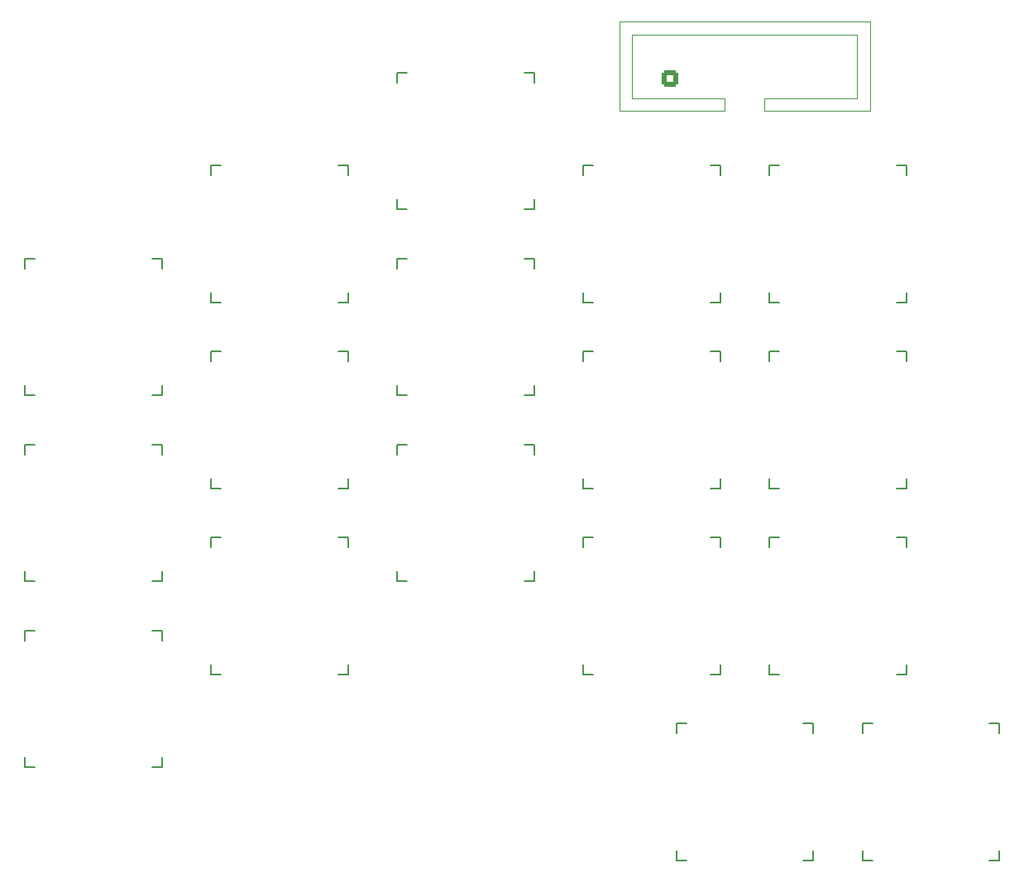
<source format=gto>
%TF.GenerationSoftware,KiCad,Pcbnew,(6.0.4-0)*%
%TF.CreationDate,2022-03-28T14:08:22+08:00*%
%TF.ProjectId,Pragmatic,50726167-6d61-4746-9963-2e6b69636164,3*%
%TF.SameCoordinates,PX5ad6650PY48ab840*%
%TF.FileFunction,Legend,Top*%
%TF.FilePolarity,Positive*%
%FSLAX46Y46*%
G04 Gerber Fmt 4.6, Leading zero omitted, Abs format (unit mm)*
G04 Created by KiCad (PCBNEW (6.0.4-0)) date 2022-03-28 14:08:22*
%MOMM*%
%LPD*%
G01*
G04 APERTURE LIST*
G04 Aperture macros list*
%AMRoundRect*
0 Rectangle with rounded corners*
0 $1 Rounding radius*
0 $2 $3 $4 $5 $6 $7 $8 $9 X,Y pos of 4 corners*
0 Add a 4 corners polygon primitive as box body*
4,1,4,$2,$3,$4,$5,$6,$7,$8,$9,$2,$3,0*
0 Add four circle primitives for the rounded corners*
1,1,$1+$1,$2,$3*
1,1,$1+$1,$4,$5*
1,1,$1+$1,$6,$7*
1,1,$1+$1,$8,$9*
0 Add four rect primitives between the rounded corners*
20,1,$1+$1,$2,$3,$4,$5,0*
20,1,$1+$1,$4,$5,$6,$7,0*
20,1,$1+$1,$6,$7,$8,$9,0*
20,1,$1+$1,$8,$9,$2,$3,0*%
G04 Aperture macros list end*
%ADD10C,0.150000*%
%ADD11C,0.120000*%
%ADD12C,0.010000*%
%ADD13C,1.701800*%
%ADD14C,1.900000*%
%ADD15C,3.000000*%
%ADD16C,4.000000*%
%ADD17C,2.500000*%
%ADD18RoundRect,0.250000X0.600000X-0.600000X0.600000X0.600000X-0.600000X0.600000X-0.600000X-0.600000X0*%
%ADD19C,1.700000*%
G04 APERTURE END LIST*
D10*
X-31075000Y-6025000D02*
X-31075000Y-7025000D01*
X-31075000Y6975000D02*
X-31075000Y5975000D01*
X-45075000Y-7025000D02*
X-45075000Y-6025000D01*
X-31075000Y6975000D02*
X-32075000Y6975000D01*
X-32075000Y-7025000D02*
X-31075000Y-7025000D01*
X-44075000Y6975000D02*
X-45075000Y6975000D01*
X-45075000Y5975000D02*
X-45075000Y6975000D01*
X-45075000Y-7025000D02*
X-44075000Y-7025000D01*
X-45075000Y-26075000D02*
X-44075000Y-26075000D01*
X-45075000Y-13075000D02*
X-45075000Y-12075000D01*
X-31075000Y-12075000D02*
X-32075000Y-12075000D01*
X-31075000Y-12075000D02*
X-31075000Y-13075000D01*
X-45075000Y-26075000D02*
X-45075000Y-25075000D01*
X-31075000Y-25075000D02*
X-31075000Y-26075000D01*
X-44075000Y-12075000D02*
X-45075000Y-12075000D01*
X-32075000Y-26075000D02*
X-31075000Y-26075000D01*
X-12025000Y-2550000D02*
X-13025000Y-2550000D01*
X-12025000Y-15550000D02*
X-12025000Y-16550000D01*
X-13025000Y-16550000D02*
X-12025000Y-16550000D01*
X-25025000Y-2550000D02*
X-26025000Y-2550000D01*
X-26025000Y-3550000D02*
X-26025000Y-2550000D01*
X-26025000Y-16550000D02*
X-26025000Y-15550000D01*
X-26025000Y-16550000D02*
X-25025000Y-16550000D01*
X-12025000Y-2550000D02*
X-12025000Y-3550000D01*
X-26025000Y2500000D02*
X-25025000Y2500000D01*
X-26025000Y2500000D02*
X-26025000Y3500000D01*
X-13025000Y2500000D02*
X-12025000Y2500000D01*
X-26025000Y15500000D02*
X-26025000Y16500000D01*
X-25025000Y16500000D02*
X-26025000Y16500000D01*
X-12025000Y3500000D02*
X-12025000Y2500000D01*
X-12025000Y16500000D02*
X-13025000Y16500000D01*
X-12025000Y16500000D02*
X-12025000Y15500000D01*
X-6975000Y12025000D02*
X-6975000Y13025000D01*
X7025000Y13025000D02*
X7025000Y12025000D01*
X-5975000Y26025000D02*
X-6975000Y26025000D01*
X7025000Y26025000D02*
X7025000Y25025000D01*
X7025000Y26025000D02*
X6025000Y26025000D01*
X6025000Y12025000D02*
X7025000Y12025000D01*
X-6975000Y25025000D02*
X-6975000Y26025000D01*
X-6975000Y12025000D02*
X-5975000Y12025000D01*
X26075000Y16500000D02*
X26075000Y15500000D01*
X26075000Y3500000D02*
X26075000Y2500000D01*
X25075000Y2500000D02*
X26075000Y2500000D01*
X26075000Y16500000D02*
X25075000Y16500000D01*
X13075000Y16500000D02*
X12075000Y16500000D01*
X12075000Y2500000D02*
X12075000Y3500000D01*
X12075000Y2500000D02*
X13075000Y2500000D01*
X12075000Y15500000D02*
X12075000Y16500000D01*
X32125000Y16500000D02*
X31125000Y16500000D01*
X31125000Y15500000D02*
X31125000Y16500000D01*
X31125000Y2500000D02*
X31125000Y3500000D01*
X44125000Y2500000D02*
X45125000Y2500000D01*
X31125000Y2500000D02*
X32125000Y2500000D01*
X45125000Y16500000D02*
X45125000Y15500000D01*
X45125000Y16500000D02*
X44125000Y16500000D01*
X45125000Y3500000D02*
X45125000Y2500000D01*
X-6975000Y-7025000D02*
X-5975000Y-7025000D01*
X6025000Y-7025000D02*
X7025000Y-7025000D01*
X-6975000Y5975000D02*
X-6975000Y6975000D01*
X-6975000Y-7025000D02*
X-6975000Y-6025000D01*
X7025000Y-6025000D02*
X7025000Y-7025000D01*
X-5975000Y6975000D02*
X-6975000Y6975000D01*
X7025000Y6975000D02*
X7025000Y5975000D01*
X7025000Y6975000D02*
X6025000Y6975000D01*
X12075000Y-16550000D02*
X12075000Y-15550000D01*
X26075000Y-2550000D02*
X26075000Y-3550000D01*
X26075000Y-15550000D02*
X26075000Y-16550000D01*
X12075000Y-3550000D02*
X12075000Y-2550000D01*
X25075000Y-16550000D02*
X26075000Y-16550000D01*
X12075000Y-16550000D02*
X13075000Y-16550000D01*
X26075000Y-2550000D02*
X25075000Y-2550000D01*
X13075000Y-2550000D02*
X12075000Y-2550000D01*
X31125000Y-16550000D02*
X32125000Y-16550000D01*
X45125000Y-15550000D02*
X45125000Y-16550000D01*
X31125000Y-16550000D02*
X31125000Y-15550000D01*
X45125000Y-2550000D02*
X44125000Y-2550000D01*
X31125000Y-3550000D02*
X31125000Y-2550000D01*
X44125000Y-16550000D02*
X45125000Y-16550000D01*
X45125000Y-2550000D02*
X45125000Y-3550000D01*
X32125000Y-2550000D02*
X31125000Y-2550000D01*
X-31075000Y-44125000D02*
X-31075000Y-45125000D01*
X-31075000Y-31125000D02*
X-32075000Y-31125000D01*
X-32075000Y-45125000D02*
X-31075000Y-45125000D01*
X-31075000Y-31125000D02*
X-31075000Y-32125000D01*
X-45075000Y-32125000D02*
X-45075000Y-31125000D01*
X-45075000Y-45125000D02*
X-44075000Y-45125000D01*
X-45075000Y-45125000D02*
X-45075000Y-44125000D01*
X-44075000Y-31125000D02*
X-45075000Y-31125000D01*
X-12025000Y-21600000D02*
X-12025000Y-22600000D01*
X-26025000Y-35600000D02*
X-25025000Y-35600000D01*
X-12025000Y-21600000D02*
X-13025000Y-21600000D01*
X-26025000Y-35600000D02*
X-26025000Y-34600000D01*
X-12025000Y-34600000D02*
X-12025000Y-35600000D01*
X-25025000Y-21600000D02*
X-26025000Y-21600000D01*
X-26025000Y-22600000D02*
X-26025000Y-21600000D01*
X-13025000Y-35600000D02*
X-12025000Y-35600000D01*
X7025000Y-25075000D02*
X7025000Y-26075000D01*
X-5975000Y-12075000D02*
X-6975000Y-12075000D01*
X7025000Y-12075000D02*
X6025000Y-12075000D01*
X7025000Y-12075000D02*
X7025000Y-13075000D01*
X-6975000Y-26075000D02*
X-6975000Y-25075000D01*
X6025000Y-26075000D02*
X7025000Y-26075000D01*
X-6975000Y-26075000D02*
X-5975000Y-26075000D01*
X-6975000Y-13075000D02*
X-6975000Y-12075000D01*
X12075000Y-22600000D02*
X12075000Y-21600000D01*
X26075000Y-34600000D02*
X26075000Y-35600000D01*
X26075000Y-21600000D02*
X26075000Y-22600000D01*
X26075000Y-21600000D02*
X25075000Y-21600000D01*
X12075000Y-35600000D02*
X13075000Y-35600000D01*
X12075000Y-35600000D02*
X12075000Y-34600000D01*
X13075000Y-21600000D02*
X12075000Y-21600000D01*
X25075000Y-35600000D02*
X26075000Y-35600000D01*
X45125000Y-34600000D02*
X45125000Y-35600000D01*
X45125000Y-21600000D02*
X44125000Y-21600000D01*
X31125000Y-35600000D02*
X32125000Y-35600000D01*
X31125000Y-22600000D02*
X31125000Y-21600000D01*
X31125000Y-35600000D02*
X31125000Y-34600000D01*
X45125000Y-21600000D02*
X45125000Y-22600000D01*
X32125000Y-21600000D02*
X31125000Y-21600000D01*
X44125000Y-35600000D02*
X45125000Y-35600000D01*
X21600000Y-54650000D02*
X21600000Y-53650000D01*
X34600000Y-54650000D02*
X35600000Y-54650000D01*
X22600000Y-40650000D02*
X21600000Y-40650000D01*
X21600000Y-41650000D02*
X21600000Y-40650000D01*
X35600000Y-40650000D02*
X34600000Y-40650000D01*
X35600000Y-40650000D02*
X35600000Y-41650000D01*
X21600000Y-54650000D02*
X22600000Y-54650000D01*
X35600000Y-53650000D02*
X35600000Y-54650000D01*
X40650000Y-41650000D02*
X40650000Y-40650000D01*
X53650000Y-54650000D02*
X54650000Y-54650000D01*
X54650000Y-40650000D02*
X54650000Y-41650000D01*
X40650000Y-54650000D02*
X40650000Y-53650000D01*
X41650000Y-40650000D02*
X40650000Y-40650000D01*
X54650000Y-40650000D02*
X53650000Y-40650000D01*
X54650000Y-53650000D02*
X54650000Y-54650000D01*
X40650000Y-54650000D02*
X41650000Y-54650000D01*
D11*
X17045000Y29920000D02*
X40105000Y29920000D01*
X41405000Y31230000D02*
X41405000Y22110000D01*
X26525000Y22110000D02*
X26525000Y23420000D01*
X15745000Y31230000D02*
X41405000Y31230000D01*
X30625000Y23420000D02*
X30625000Y22110000D01*
X40105000Y29920000D02*
X40105000Y23420000D01*
X15745000Y22110000D02*
X26525000Y22110000D01*
X26525000Y23420000D02*
X17045000Y23420000D01*
X30625000Y23420000D02*
X30625000Y23420000D01*
X17045000Y23420000D02*
X17045000Y29920000D01*
X40105000Y23420000D02*
X30625000Y23420000D01*
X15745000Y22110000D02*
X15745000Y31230000D01*
X41405000Y22110000D02*
X30625000Y22110000D01*
%LPC*%
G36*
X990237Y-34043305D02*
G01*
X991425Y-34135526D01*
X995767Y-34205573D01*
X1004428Y-34256344D01*
X1018574Y-34290735D01*
X1039370Y-34311642D01*
X1067980Y-34321963D01*
X1103405Y-34324599D01*
X1140506Y-34321645D01*
X1168688Y-34310852D01*
X1189113Y-34289323D01*
X1202949Y-34254162D01*
X1211361Y-34202473D01*
X1215513Y-34131357D01*
X1216573Y-34043305D01*
X1216573Y-33847577D01*
X1354890Y-33847577D01*
X1354890Y-34451142D01*
X1285732Y-34451142D01*
X1244040Y-34449452D01*
X1222571Y-34443519D01*
X1216573Y-34432256D01*
X1212961Y-34422224D01*
X1198584Y-34424346D01*
X1169606Y-34438543D01*
X1103189Y-34460443D01*
X1032745Y-34458891D01*
X965247Y-34435110D01*
X933103Y-34416325D01*
X908585Y-34395985D01*
X890674Y-34370536D01*
X878349Y-34336421D01*
X870593Y-34290084D01*
X866386Y-34227970D01*
X864710Y-34146524D01*
X864494Y-34083541D01*
X864494Y-33847577D01*
X990237Y-33847577D01*
X990237Y-34043305D01*
G37*
D12*
X990237Y-34043305D02*
X991425Y-34135526D01*
X995767Y-34205573D01*
X1004428Y-34256344D01*
X1018574Y-34290735D01*
X1039370Y-34311642D01*
X1067980Y-34321963D01*
X1103405Y-34324599D01*
X1140506Y-34321645D01*
X1168688Y-34310852D01*
X1189113Y-34289323D01*
X1202949Y-34254162D01*
X1211361Y-34202473D01*
X1215513Y-34131357D01*
X1216573Y-34043305D01*
X1216573Y-33847577D01*
X1354890Y-33847577D01*
X1354890Y-34451142D01*
X1285732Y-34451142D01*
X1244040Y-34449452D01*
X1222571Y-34443519D01*
X1216573Y-34432256D01*
X1212961Y-34422224D01*
X1198584Y-34424346D01*
X1169606Y-34438543D01*
X1103189Y-34460443D01*
X1032745Y-34458891D01*
X965247Y-34435110D01*
X933103Y-34416325D01*
X908585Y-34395985D01*
X890674Y-34370536D01*
X878349Y-34336421D01*
X870593Y-34290084D01*
X866386Y-34227970D01*
X864710Y-34146524D01*
X864494Y-34083541D01*
X864494Y-33847577D01*
X990237Y-33847577D01*
X990237Y-34043305D01*
G36*
X-689664Y-35047563D02*
G01*
X-683514Y-34965981D01*
X-670733Y-34904730D01*
X-649471Y-34859449D01*
X-617878Y-34825779D01*
X-587207Y-34806014D01*
X-544354Y-34792120D01*
X-491056Y-34787354D01*
X-436480Y-34791236D01*
X-389792Y-34803282D01*
X-365124Y-34817693D01*
X-339505Y-34840878D01*
X-339505Y-34547773D01*
X-201188Y-34547773D01*
X-201188Y-35402822D01*
X-270346Y-35402822D01*
X-310488Y-35401645D01*
X-331394Y-35396772D01*
X-338922Y-35386186D01*
X-339505Y-35379029D01*
X-340774Y-35364676D01*
X-348779Y-35361923D01*
X-369815Y-35370771D01*
X-386173Y-35379029D01*
X-448977Y-35398597D01*
X-517248Y-35399729D01*
X-572752Y-35385135D01*
X-624438Y-35349877D01*
X-663838Y-35297835D01*
X-685413Y-35236450D01*
X-685962Y-35233018D01*
X-689167Y-35195571D01*
X-690761Y-35141813D01*
X-690633Y-35101155D01*
X-553279Y-35101155D01*
X-550097Y-35155194D01*
X-542859Y-35199735D01*
X-533060Y-35224888D01*
X-495989Y-35259260D01*
X-451974Y-35271582D01*
X-406584Y-35261618D01*
X-367797Y-35231895D01*
X-353108Y-35211905D01*
X-344519Y-35188050D01*
X-340496Y-35153230D01*
X-339505Y-35100930D01*
X-341278Y-35049139D01*
X-345963Y-35003634D01*
X-352603Y-34973181D01*
X-353710Y-34970452D01*
X-380491Y-34938000D01*
X-419579Y-34920183D01*
X-463315Y-34917306D01*
X-504038Y-34929674D01*
X-534087Y-34957593D01*
X-537204Y-34963148D01*
X-546961Y-34997022D01*
X-552277Y-35045728D01*
X-553279Y-35101155D01*
X-690633Y-35101155D01*
X-690568Y-35080540D01*
X-689664Y-35047563D01*
G37*
X-689664Y-35047563D02*
X-683514Y-34965981D01*
X-670733Y-34904730D01*
X-649471Y-34859449D01*
X-617878Y-34825779D01*
X-587207Y-34806014D01*
X-544354Y-34792120D01*
X-491056Y-34787354D01*
X-436480Y-34791236D01*
X-389792Y-34803282D01*
X-365124Y-34817693D01*
X-339505Y-34840878D01*
X-339505Y-34547773D01*
X-201188Y-34547773D01*
X-201188Y-35402822D01*
X-270346Y-35402822D01*
X-310488Y-35401645D01*
X-331394Y-35396772D01*
X-338922Y-35386186D01*
X-339505Y-35379029D01*
X-340774Y-35364676D01*
X-348779Y-35361923D01*
X-369815Y-35370771D01*
X-386173Y-35379029D01*
X-448977Y-35398597D01*
X-517248Y-35399729D01*
X-572752Y-35385135D01*
X-624438Y-35349877D01*
X-663838Y-35297835D01*
X-685413Y-35236450D01*
X-685962Y-35233018D01*
X-689167Y-35195571D01*
X-690761Y-35141813D01*
X-690633Y-35101155D01*
X-553279Y-35101155D01*
X-550097Y-35155194D01*
X-542859Y-35199735D01*
X-533060Y-35224888D01*
X-495989Y-35259260D01*
X-451974Y-35271582D01*
X-406584Y-35261618D01*
X-367797Y-35231895D01*
X-353108Y-35211905D01*
X-344519Y-35188050D01*
X-340496Y-35153230D01*
X-339505Y-35100930D01*
X-341278Y-35049139D01*
X-345963Y-35003634D01*
X-352603Y-34973181D01*
X-353710Y-34970452D01*
X-380491Y-34938000D01*
X-419579Y-34920183D01*
X-463315Y-34917306D01*
X-504038Y-34929674D01*
X-534087Y-34957593D01*
X-537204Y-34963148D01*
X-546961Y-34997022D01*
X-552277Y-35045728D01*
X-553279Y-35101155D01*
X-690633Y-35101155D01*
X-690568Y-35080540D01*
X-689664Y-35047563D01*
G36*
X10887Y-33845415D02*
G01*
X58504Y-33854445D01*
X107904Y-33873333D01*
X113182Y-33875740D01*
X150644Y-33895439D01*
X176587Y-33913744D01*
X184973Y-33925471D01*
X176987Y-33944595D01*
X157590Y-33972813D01*
X148980Y-33983347D01*
X113498Y-34024810D01*
X67755Y-33997821D01*
X24220Y-33979841D01*
X-26080Y-33970230D01*
X-74318Y-33969623D01*
X-111663Y-33978654D01*
X-120625Y-33984290D01*
X-137693Y-34010134D01*
X-139767Y-34039904D01*
X-126996Y-34063160D01*
X-119442Y-34067671D01*
X-96805Y-34073272D01*
X-57015Y-34079855D01*
X-7964Y-34086146D01*
X1085Y-34087133D01*
X79866Y-34100761D01*
X137006Y-34123909D01*
X174900Y-34158715D01*
X195949Y-34207317D01*
X202505Y-34266681D01*
X193447Y-34334161D01*
X164034Y-34387151D01*
X114148Y-34425746D01*
X43670Y-34450044D01*
X-34565Y-34459630D01*
X-98364Y-34459515D01*
X-150114Y-34450808D01*
X-185457Y-34438788D01*
X-230113Y-34417843D01*
X-271383Y-34393537D01*
X-286051Y-34382839D01*
X-323773Y-34352047D01*
X-278278Y-34306012D01*
X-232783Y-34259976D01*
X-181058Y-34294206D01*
X-129178Y-34319915D01*
X-73779Y-34333362D01*
X-20525Y-34334781D01*
X24919Y-34324406D01*
X56886Y-34302470D01*
X67208Y-34283961D01*
X65659Y-34254277D01*
X40010Y-34231578D01*
X-9670Y-34215903D01*
X-64099Y-34208658D01*
X-147866Y-34194836D01*
X-210097Y-34168759D01*
X-251623Y-34129662D01*
X-273277Y-34076783D01*
X-276277Y-34014089D01*
X-261459Y-33948605D01*
X-227676Y-33899107D01*
X-174625Y-33865371D01*
X-102004Y-33847170D01*
X-48202Y-33843602D01*
X10887Y-33845415D01*
G37*
X10887Y-33845415D02*
X58504Y-33854445D01*
X107904Y-33873333D01*
X113182Y-33875740D01*
X150644Y-33895439D01*
X176587Y-33913744D01*
X184973Y-33925471D01*
X176987Y-33944595D01*
X157590Y-33972813D01*
X148980Y-33983347D01*
X113498Y-34024810D01*
X67755Y-33997821D01*
X24220Y-33979841D01*
X-26080Y-33970230D01*
X-74318Y-33969623D01*
X-111663Y-33978654D01*
X-120625Y-33984290D01*
X-137693Y-34010134D01*
X-139767Y-34039904D01*
X-126996Y-34063160D01*
X-119442Y-34067671D01*
X-96805Y-34073272D01*
X-57015Y-34079855D01*
X-7964Y-34086146D01*
X1085Y-34087133D01*
X79866Y-34100761D01*
X137006Y-34123909D01*
X174900Y-34158715D01*
X195949Y-34207317D01*
X202505Y-34266681D01*
X193447Y-34334161D01*
X164034Y-34387151D01*
X114148Y-34425746D01*
X43670Y-34450044D01*
X-34565Y-34459630D01*
X-98364Y-34459515D01*
X-150114Y-34450808D01*
X-185457Y-34438788D01*
X-230113Y-34417843D01*
X-271383Y-34393537D01*
X-286051Y-34382839D01*
X-323773Y-34352047D01*
X-278278Y-34306012D01*
X-232783Y-34259976D01*
X-181058Y-34294206D01*
X-129178Y-34319915D01*
X-73779Y-34333362D01*
X-20525Y-34334781D01*
X24919Y-34324406D01*
X56886Y-34302470D01*
X67208Y-34283961D01*
X65659Y-34254277D01*
X40010Y-34231578D01*
X-9670Y-34215903D01*
X-64099Y-34208658D01*
X-147866Y-34194836D01*
X-210097Y-34168759D01*
X-251623Y-34129662D01*
X-273277Y-34076783D01*
X-276277Y-34014089D01*
X-261459Y-33948605D01*
X-227676Y-33899107D01*
X-174625Y-33865371D01*
X-102004Y-33847170D01*
X-48202Y-33843602D01*
X10887Y-33845415D01*
G36*
X733533Y-35124207D02*
G01*
X764494Y-35085543D01*
X783246Y-35068827D01*
X801603Y-35057841D01*
X825489Y-35051143D01*
X860827Y-35047289D01*
X913539Y-35044836D01*
X934447Y-35044131D01*
X1065682Y-35039842D01*
X1065490Y-35000121D01*
X1060407Y-34958368D01*
X1042032Y-34933121D01*
X1004909Y-34916993D01*
X1003913Y-34916705D01*
X951280Y-34910363D01*
X899776Y-34918647D01*
X861500Y-34938790D01*
X846142Y-34948736D01*
X829600Y-34947360D01*
X804145Y-34932950D01*
X789198Y-34922780D01*
X759961Y-34901051D01*
X741850Y-34884763D01*
X738944Y-34880100D01*
X750910Y-34855968D01*
X786266Y-34827148D01*
X801623Y-34817424D01*
X845771Y-34800677D01*
X905268Y-34791190D01*
X971357Y-34789058D01*
X1035281Y-34794380D01*
X1088281Y-34807253D01*
X1103601Y-34814073D01*
X1133298Y-34831937D01*
X1156090Y-34852056D01*
X1172953Y-34877925D01*
X1184868Y-34913036D01*
X1192812Y-34960883D01*
X1197764Y-35024959D01*
X1200701Y-35108757D01*
X1201817Y-35164731D01*
X1205922Y-35406785D01*
X1135802Y-35406785D01*
X1093263Y-35405001D01*
X1071346Y-35398905D01*
X1065682Y-35388669D01*
X1062691Y-35377600D01*
X1049321Y-35379717D01*
X1031103Y-35388592D01*
X985494Y-35402196D01*
X926877Y-35405862D01*
X865224Y-35399866D01*
X810508Y-35384484D01*
X805600Y-35382349D01*
X755593Y-35347218D01*
X722626Y-35298382D01*
X707457Y-35241296D01*
X708616Y-35220787D01*
X832378Y-35220787D01*
X843283Y-35248388D01*
X875615Y-35268167D01*
X927780Y-35278782D01*
X955657Y-35280191D01*
X1002117Y-35276583D01*
X1032999Y-35262560D01*
X1040534Y-35255894D01*
X1060946Y-35219629D01*
X1065682Y-35186736D01*
X1065682Y-35142726D01*
X1004383Y-35142726D01*
X933126Y-35146358D01*
X883146Y-35157781D01*
X851566Y-35177787D01*
X844496Y-35186706D01*
X832378Y-35220787D01*
X708616Y-35220787D01*
X710841Y-35181419D01*
X733533Y-35124207D01*
G37*
X733533Y-35124207D02*
X764494Y-35085543D01*
X783246Y-35068827D01*
X801603Y-35057841D01*
X825489Y-35051143D01*
X860827Y-35047289D01*
X913539Y-35044836D01*
X934447Y-35044131D01*
X1065682Y-35039842D01*
X1065490Y-35000121D01*
X1060407Y-34958368D01*
X1042032Y-34933121D01*
X1004909Y-34916993D01*
X1003913Y-34916705D01*
X951280Y-34910363D01*
X899776Y-34918647D01*
X861500Y-34938790D01*
X846142Y-34948736D01*
X829600Y-34947360D01*
X804145Y-34932950D01*
X789198Y-34922780D01*
X759961Y-34901051D01*
X741850Y-34884763D01*
X738944Y-34880100D01*
X750910Y-34855968D01*
X786266Y-34827148D01*
X801623Y-34817424D01*
X845771Y-34800677D01*
X905268Y-34791190D01*
X971357Y-34789058D01*
X1035281Y-34794380D01*
X1088281Y-34807253D01*
X1103601Y-34814073D01*
X1133298Y-34831937D01*
X1156090Y-34852056D01*
X1172953Y-34877925D01*
X1184868Y-34913036D01*
X1192812Y-34960883D01*
X1197764Y-35024959D01*
X1200701Y-35108757D01*
X1201817Y-35164731D01*
X1205922Y-35406785D01*
X1135802Y-35406785D01*
X1093263Y-35405001D01*
X1071346Y-35398905D01*
X1065682Y-35388669D01*
X1062691Y-35377600D01*
X1049321Y-35379717D01*
X1031103Y-35388592D01*
X985494Y-35402196D01*
X926877Y-35405862D01*
X865224Y-35399866D01*
X810508Y-35384484D01*
X805600Y-35382349D01*
X755593Y-35347218D01*
X722626Y-35298382D01*
X707457Y-35241296D01*
X708616Y-35220787D01*
X832378Y-35220787D01*
X843283Y-35248388D01*
X875615Y-35268167D01*
X927780Y-35278782D01*
X955657Y-35280191D01*
X1002117Y-35276583D01*
X1032999Y-35262560D01*
X1040534Y-35255894D01*
X1060946Y-35219629D01*
X1065682Y-35186736D01*
X1065682Y-35142726D01*
X1004383Y-35142726D01*
X933126Y-35146358D01*
X883146Y-35157781D01*
X851566Y-35177787D01*
X844496Y-35186706D01*
X832378Y-35220787D01*
X708616Y-35220787D01*
X710841Y-35181419D01*
X733533Y-35124207D01*
G36*
X282258Y-33999464D02*
G01*
X315899Y-33931493D01*
X365888Y-33882627D01*
X432226Y-33852862D01*
X446471Y-33849411D01*
X532080Y-33841308D01*
X607632Y-33855018D01*
X671233Y-33889655D01*
X720993Y-33944335D01*
X744438Y-33988805D01*
X754504Y-34028084D01*
X761026Y-34084079D01*
X763821Y-34148584D01*
X762706Y-34213392D01*
X757496Y-34270297D01*
X751411Y-34300690D01*
X730884Y-34342269D01*
X695333Y-34386431D01*
X652489Y-34425050D01*
X610081Y-34449997D01*
X609047Y-34450393D01*
X556423Y-34461294D01*
X494058Y-34461564D01*
X434794Y-34451639D01*
X411910Y-34443685D01*
X352972Y-34410263D01*
X310760Y-34366474D01*
X283026Y-34308501D01*
X267521Y-34232528D01*
X264013Y-34192734D01*
X264460Y-34142729D01*
X399246Y-34142729D01*
X403787Y-34215695D01*
X416856Y-34271297D01*
X437626Y-34306824D01*
X452422Y-34316983D01*
X490334Y-34324067D01*
X535397Y-34321970D01*
X574357Y-34311775D01*
X584574Y-34306167D01*
X611529Y-34273501D01*
X629321Y-34223508D01*
X636894Y-34162668D01*
X633195Y-34097460D01*
X624927Y-34058216D01*
X601190Y-34012768D01*
X563719Y-33984359D01*
X518590Y-33974536D01*
X471881Y-33984850D01*
X436002Y-34010075D01*
X417147Y-34030888D01*
X406142Y-34051402D01*
X400896Y-34079166D01*
X399319Y-34121725D01*
X399246Y-34142729D01*
X264460Y-34142729D01*
X264964Y-34086543D01*
X282258Y-33999464D01*
G37*
X282258Y-33999464D02*
X315899Y-33931493D01*
X365888Y-33882627D01*
X432226Y-33852862D01*
X446471Y-33849411D01*
X532080Y-33841308D01*
X607632Y-33855018D01*
X671233Y-33889655D01*
X720993Y-33944335D01*
X744438Y-33988805D01*
X754504Y-34028084D01*
X761026Y-34084079D01*
X763821Y-34148584D01*
X762706Y-34213392D01*
X757496Y-34270297D01*
X751411Y-34300690D01*
X730884Y-34342269D01*
X695333Y-34386431D01*
X652489Y-34425050D01*
X610081Y-34449997D01*
X609047Y-34450393D01*
X556423Y-34461294D01*
X494058Y-34461564D01*
X434794Y-34451639D01*
X411910Y-34443685D01*
X352972Y-34410263D01*
X310760Y-34366474D01*
X283026Y-34308501D01*
X267521Y-34232528D01*
X264013Y-34192734D01*
X264460Y-34142729D01*
X399246Y-34142729D01*
X403787Y-34215695D01*
X416856Y-34271297D01*
X437626Y-34306824D01*
X452422Y-34316983D01*
X490334Y-34324067D01*
X535397Y-34321970D01*
X574357Y-34311775D01*
X584574Y-34306167D01*
X611529Y-34273501D01*
X629321Y-34223508D01*
X636894Y-34162668D01*
X633195Y-34097460D01*
X624927Y-34058216D01*
X601190Y-34012768D01*
X563719Y-33984359D01*
X518590Y-33974536D01*
X471881Y-33984850D01*
X436002Y-34010075D01*
X417147Y-34030888D01*
X406142Y-34051402D01*
X400896Y-34079166D01*
X399319Y-34121725D01*
X399246Y-34142729D01*
X264460Y-34142729D01*
X264964Y-34086543D01*
X282258Y-33999464D01*
G36*
X-996486Y-34791983D02*
G01*
X-977669Y-34797623D01*
X-971603Y-34810016D01*
X-971348Y-34815610D01*
X-970259Y-34831193D01*
X-962762Y-34833639D01*
X-942511Y-34822956D01*
X-930481Y-34815657D01*
X-892530Y-34800026D01*
X-847202Y-34792297D01*
X-799674Y-34791703D01*
X-755125Y-34797476D01*
X-718732Y-34808847D01*
X-695673Y-34825051D01*
X-691126Y-34845318D01*
X-693421Y-34850806D01*
X-710150Y-34873589D01*
X-736093Y-34901610D01*
X-740785Y-34906140D01*
X-765513Y-34926968D01*
X-786848Y-34933698D01*
X-816685Y-34929001D01*
X-828638Y-34925880D01*
X-865835Y-34918384D01*
X-891989Y-34921755D01*
X-914076Y-34933644D01*
X-934308Y-34949598D01*
X-949209Y-34969663D01*
X-959564Y-34997665D01*
X-966159Y-35037430D01*
X-969779Y-35092786D01*
X-971208Y-35167557D01*
X-971348Y-35212703D01*
X-971348Y-35406785D01*
X-1097090Y-35406785D01*
X-1097090Y-34790646D01*
X-1034219Y-34790646D01*
X-996486Y-34791983D01*
G37*
X-996486Y-34791983D02*
X-977669Y-34797623D01*
X-971603Y-34810016D01*
X-971348Y-34815610D01*
X-970259Y-34831193D01*
X-962762Y-34833639D01*
X-942511Y-34822956D01*
X-930481Y-34815657D01*
X-892530Y-34800026D01*
X-847202Y-34792297D01*
X-799674Y-34791703D01*
X-755125Y-34797476D01*
X-718732Y-34808847D01*
X-695673Y-34825051D01*
X-691126Y-34845318D01*
X-693421Y-34850806D01*
X-710150Y-34873589D01*
X-736093Y-34901610D01*
X-740785Y-34906140D01*
X-765513Y-34926968D01*
X-786848Y-34933698D01*
X-816685Y-34929001D01*
X-828638Y-34925880D01*
X-865835Y-34918384D01*
X-891989Y-34921755D01*
X-914076Y-34933644D01*
X-934308Y-34949598D01*
X-949209Y-34969663D01*
X-959564Y-34997665D01*
X-966159Y-35037430D01*
X-969779Y-35092786D01*
X-971208Y-35167557D01*
X-971348Y-35212703D01*
X-971348Y-35406785D01*
X-1097090Y-35406785D01*
X-1097090Y-34790646D01*
X-1034219Y-34790646D01*
X-996486Y-34791983D01*
G36*
X-1683840Y-35112808D02*
G01*
X-1640078Y-35070610D01*
X-1634029Y-35066771D01*
X-1608037Y-35054272D01*
X-1575865Y-35046703D01*
X-1530890Y-35043024D01*
X-1477461Y-35042179D01*
X-1361150Y-35042132D01*
X-1361150Y-34993374D01*
X-1366083Y-34955544D01*
X-1378673Y-34930199D01*
X-1380147Y-34928850D01*
X-1408164Y-34917763D01*
X-1450456Y-34913466D01*
X-1497194Y-34915578D01*
X-1538548Y-34923719D01*
X-1563087Y-34935928D01*
X-1576383Y-34945709D01*
X-1590424Y-34947576D01*
X-1609801Y-34939563D01*
X-1639106Y-34919702D01*
X-1682933Y-34886026D01*
X-1686955Y-34882872D01*
X-1684894Y-34871199D01*
X-1667698Y-34851785D01*
X-1641563Y-34830211D01*
X-1612682Y-34812059D01*
X-1603608Y-34807772D01*
X-1570510Y-34799219D01*
X-1522010Y-34793118D01*
X-1467825Y-34790671D01*
X-1465291Y-34790666D01*
X-1387340Y-34795518D01*
X-1328185Y-34811302D01*
X-1283153Y-34839911D01*
X-1251376Y-34877382D01*
X-1241496Y-34893374D01*
X-1234203Y-34910126D01*
X-1229104Y-34931555D01*
X-1225809Y-34961579D01*
X-1223927Y-35004117D01*
X-1223067Y-35063085D01*
X-1222837Y-35142403D01*
X-1222833Y-35163447D01*
X-1222833Y-35406785D01*
X-1283189Y-35406785D01*
X-1321687Y-35404089D01*
X-1350153Y-35397258D01*
X-1357285Y-35393046D01*
X-1376782Y-35385776D01*
X-1396696Y-35393046D01*
X-1429483Y-35402123D01*
X-1477108Y-35405776D01*
X-1529894Y-35404191D01*
X-1578166Y-35397552D01*
X-1606348Y-35389035D01*
X-1660883Y-35354026D01*
X-1694965Y-35305442D01*
X-1710287Y-35240845D01*
X-1710429Y-35239186D01*
X-1709085Y-35210529D01*
X-1587486Y-35210529D01*
X-1576856Y-35243124D01*
X-1559540Y-35261468D01*
X-1524782Y-35275342D01*
X-1478903Y-35280880D01*
X-1432118Y-35278154D01*
X-1394644Y-35267237D01*
X-1384145Y-35260232D01*
X-1365798Y-35227867D01*
X-1361150Y-35191074D01*
X-1361150Y-35142726D01*
X-1430712Y-35142726D01*
X-1496797Y-35147813D01*
X-1546894Y-35162226D01*
X-1578059Y-35184692D01*
X-1587486Y-35210529D01*
X-1709085Y-35210529D01*
X-1707117Y-35168610D01*
X-1683840Y-35112808D01*
G37*
X-1683840Y-35112808D02*
X-1640078Y-35070610D01*
X-1634029Y-35066771D01*
X-1608037Y-35054272D01*
X-1575865Y-35046703D01*
X-1530890Y-35043024D01*
X-1477461Y-35042179D01*
X-1361150Y-35042132D01*
X-1361150Y-34993374D01*
X-1366083Y-34955544D01*
X-1378673Y-34930199D01*
X-1380147Y-34928850D01*
X-1408164Y-34917763D01*
X-1450456Y-34913466D01*
X-1497194Y-34915578D01*
X-1538548Y-34923719D01*
X-1563087Y-34935928D01*
X-1576383Y-34945709D01*
X-1590424Y-34947576D01*
X-1609801Y-34939563D01*
X-1639106Y-34919702D01*
X-1682933Y-34886026D01*
X-1686955Y-34882872D01*
X-1684894Y-34871199D01*
X-1667698Y-34851785D01*
X-1641563Y-34830211D01*
X-1612682Y-34812059D01*
X-1603608Y-34807772D01*
X-1570510Y-34799219D01*
X-1522010Y-34793118D01*
X-1467825Y-34790671D01*
X-1465291Y-34790666D01*
X-1387340Y-34795518D01*
X-1328185Y-34811302D01*
X-1283153Y-34839911D01*
X-1251376Y-34877382D01*
X-1241496Y-34893374D01*
X-1234203Y-34910126D01*
X-1229104Y-34931555D01*
X-1225809Y-34961579D01*
X-1223927Y-35004117D01*
X-1223067Y-35063085D01*
X-1222837Y-35142403D01*
X-1222833Y-35163447D01*
X-1222833Y-35406785D01*
X-1283189Y-35406785D01*
X-1321687Y-35404089D01*
X-1350153Y-35397258D01*
X-1357285Y-35393046D01*
X-1376782Y-35385776D01*
X-1396696Y-35393046D01*
X-1429483Y-35402123D01*
X-1477108Y-35405776D01*
X-1529894Y-35404191D01*
X-1578166Y-35397552D01*
X-1606348Y-35389035D01*
X-1660883Y-35354026D01*
X-1694965Y-35305442D01*
X-1710287Y-35240845D01*
X-1710429Y-35239186D01*
X-1709085Y-35210529D01*
X-1587486Y-35210529D01*
X-1576856Y-35243124D01*
X-1559540Y-35261468D01*
X-1524782Y-35275342D01*
X-1478903Y-35280880D01*
X-1432118Y-35278154D01*
X-1394644Y-35267237D01*
X-1384145Y-35260232D01*
X-1365798Y-35227867D01*
X-1361150Y-35191074D01*
X-1361150Y-35142726D01*
X-1430712Y-35142726D01*
X-1496797Y-35147813D01*
X-1546894Y-35162226D01*
X-1578059Y-35184692D01*
X-1587486Y-35210529D01*
X-1709085Y-35210529D01*
X-1707117Y-35168610D01*
X-1683840Y-35112808D01*
G36*
X-1669168Y-33948988D02*
G01*
X-1636937Y-33909602D01*
X-1577347Y-33866894D01*
X-1507298Y-33844072D01*
X-1432791Y-33842009D01*
X-1359829Y-33861577D01*
X-1347298Y-33867477D01*
X-1303929Y-33899246D01*
X-1262920Y-33945609D01*
X-1232298Y-33996659D01*
X-1223589Y-34020129D01*
X-1215642Y-34062054D01*
X-1210904Y-34112720D01*
X-1210329Y-34133642D01*
X-1210259Y-34199656D01*
X-1590213Y-34199656D01*
X-1582113Y-34234236D01*
X-1562234Y-34275133D01*
X-1527477Y-34310477D01*
X-1486128Y-34333245D01*
X-1459779Y-34337973D01*
X-1424046Y-34332236D01*
X-1381412Y-34317845D01*
X-1366929Y-34311225D01*
X-1313370Y-34284476D01*
X-1267663Y-34319339D01*
X-1241288Y-34342918D01*
X-1227254Y-34362380D01*
X-1226544Y-34368092D01*
X-1239081Y-34381936D01*
X-1266558Y-34402975D01*
X-1291496Y-34419388D01*
X-1358794Y-34448893D01*
X-1434240Y-34462247D01*
X-1509018Y-34458775D01*
X-1568625Y-34440626D01*
X-1630071Y-34401747D01*
X-1673738Y-34350558D01*
X-1701056Y-34284330D01*
X-1713452Y-34200334D01*
X-1714551Y-34161899D01*
X-1710152Y-34073824D01*
X-1709612Y-34071262D01*
X-1583712Y-34071262D01*
X-1580245Y-34079521D01*
X-1565993Y-34084076D01*
X-1536600Y-34086028D01*
X-1487705Y-34086480D01*
X-1468878Y-34086488D01*
X-1411597Y-34085806D01*
X-1375271Y-34083327D01*
X-1355734Y-34078406D01*
X-1348820Y-34070397D01*
X-1348575Y-34067825D01*
X-1356466Y-34047386D01*
X-1376215Y-34018752D01*
X-1384705Y-34008726D01*
X-1416224Y-33980371D01*
X-1449079Y-33969222D01*
X-1466781Y-33968290D01*
X-1514669Y-33979944D01*
X-1554829Y-34011248D01*
X-1580303Y-34056715D01*
X-1580755Y-34058196D01*
X-1583712Y-34071262D01*
X-1709612Y-34071262D01*
X-1695522Y-34004473D01*
X-1669168Y-33948988D01*
G37*
X-1669168Y-33948988D02*
X-1636937Y-33909602D01*
X-1577347Y-33866894D01*
X-1507298Y-33844072D01*
X-1432791Y-33842009D01*
X-1359829Y-33861577D01*
X-1347298Y-33867477D01*
X-1303929Y-33899246D01*
X-1262920Y-33945609D01*
X-1232298Y-33996659D01*
X-1223589Y-34020129D01*
X-1215642Y-34062054D01*
X-1210904Y-34112720D01*
X-1210329Y-34133642D01*
X-1210259Y-34199656D01*
X-1590213Y-34199656D01*
X-1582113Y-34234236D01*
X-1562234Y-34275133D01*
X-1527477Y-34310477D01*
X-1486128Y-34333245D01*
X-1459779Y-34337973D01*
X-1424046Y-34332236D01*
X-1381412Y-34317845D01*
X-1366929Y-34311225D01*
X-1313370Y-34284476D01*
X-1267663Y-34319339D01*
X-1241288Y-34342918D01*
X-1227254Y-34362380D01*
X-1226544Y-34368092D01*
X-1239081Y-34381936D01*
X-1266558Y-34402975D01*
X-1291496Y-34419388D01*
X-1358794Y-34448893D01*
X-1434240Y-34462247D01*
X-1509018Y-34458775D01*
X-1568625Y-34440626D01*
X-1630071Y-34401747D01*
X-1673738Y-34350558D01*
X-1701056Y-34284330D01*
X-1713452Y-34200334D01*
X-1714551Y-34161899D01*
X-1710152Y-34073824D01*
X-1709612Y-34071262D01*
X-1583712Y-34071262D01*
X-1580245Y-34079521D01*
X-1565993Y-34084076D01*
X-1536600Y-34086028D01*
X-1487705Y-34086480D01*
X-1468878Y-34086488D01*
X-1411597Y-34085806D01*
X-1375271Y-34083327D01*
X-1355734Y-34078406D01*
X-1348820Y-34070397D01*
X-1348575Y-34067825D01*
X-1356466Y-34047386D01*
X-1376215Y-34018752D01*
X-1384705Y-34008726D01*
X-1416224Y-33980371D01*
X-1449079Y-33969222D01*
X-1466781Y-33968290D01*
X-1514669Y-33979944D01*
X-1554829Y-34011248D01*
X-1580303Y-34056715D01*
X-1580755Y-34058196D01*
X-1583712Y-34071262D01*
X-1709612Y-34071262D01*
X-1695522Y-34004473D01*
X-1669168Y-33948988D01*
G36*
X1796330Y-33846993D02*
G01*
X1839581Y-33860208D01*
X1867428Y-33876904D01*
X1876499Y-33890108D01*
X1874002Y-33905760D01*
X1857801Y-33930348D01*
X1844102Y-33947763D01*
X1815862Y-33979246D01*
X1794645Y-33992492D01*
X1776558Y-33991627D01*
X1722905Y-33977973D01*
X1683500Y-33978593D01*
X1651502Y-33994067D01*
X1640760Y-34003124D01*
X1606375Y-34034990D01*
X1606375Y-34451142D01*
X1468058Y-34451142D01*
X1468058Y-33847577D01*
X1537217Y-33847577D01*
X1578739Y-33849219D01*
X1600161Y-33855050D01*
X1606372Y-33866424D01*
X1606375Y-33866761D01*
X1609309Y-33878676D01*
X1622574Y-33877122D01*
X1640954Y-33868526D01*
X1678916Y-33852531D01*
X1709742Y-33842908D01*
X1749406Y-33840441D01*
X1796330Y-33846993D01*
G37*
X1796330Y-33846993D02*
X1839581Y-33860208D01*
X1867428Y-33876904D01*
X1876499Y-33890108D01*
X1874002Y-33905760D01*
X1857801Y-33930348D01*
X1844102Y-33947763D01*
X1815862Y-33979246D01*
X1794645Y-33992492D01*
X1776558Y-33991627D01*
X1722905Y-33977973D01*
X1683500Y-33978593D01*
X1651502Y-33994067D01*
X1640760Y-34003124D01*
X1606375Y-34034990D01*
X1606375Y-34451142D01*
X1468058Y-34451142D01*
X1468058Y-33847577D01*
X1537217Y-33847577D01*
X1578739Y-33849219D01*
X1600161Y-33855050D01*
X1606372Y-33866424D01*
X1606375Y-33866761D01*
X1609309Y-33878676D01*
X1622574Y-33877122D01*
X1640954Y-33868526D01*
X1678916Y-33852531D01*
X1709742Y-33842908D01*
X1749406Y-33840441D01*
X1796330Y-33846993D01*
G36*
X2425568Y-33953154D02*
G01*
X2471571Y-33897742D01*
X2529691Y-33859972D01*
X2598050Y-33841859D01*
X2674768Y-33845420D01*
X2706966Y-33853242D01*
X2768695Y-33881884D01*
X2821480Y-33925630D01*
X2858011Y-33978080D01*
X2863030Y-33989856D01*
X2869915Y-34020703D01*
X2874734Y-34066334D01*
X2876375Y-34112455D01*
X2876375Y-34199656D01*
X2694048Y-34199656D01*
X2618849Y-34199941D01*
X2565873Y-34201667D01*
X2532195Y-34206144D01*
X2514890Y-34214683D01*
X2511033Y-34228593D01*
X2517699Y-34249185D01*
X2529640Y-34273278D01*
X2562950Y-34313488D01*
X2609238Y-34333521D01*
X2665814Y-34332868D01*
X2729901Y-34311064D01*
X2785287Y-34284156D01*
X2831245Y-34320495D01*
X2877203Y-34356835D01*
X2833966Y-34396782D01*
X2776244Y-34434526D01*
X2705256Y-34457283D01*
X2628899Y-34463651D01*
X2555069Y-34452231D01*
X2543157Y-34448356D01*
X2478269Y-34414469D01*
X2430000Y-34363949D01*
X2397335Y-34295288D01*
X2379255Y-34206977D01*
X2379045Y-34205084D01*
X2377426Y-34108841D01*
X2383970Y-34074505D01*
X2511722Y-34074505D01*
X2523454Y-34079785D01*
X2555308Y-34083830D01*
X2602267Y-34086139D01*
X2632024Y-34086488D01*
X2687518Y-34086269D01*
X2722216Y-34084879D01*
X2740471Y-34081214D01*
X2746636Y-34074173D01*
X2745065Y-34062653D01*
X2743748Y-34058196D01*
X2721252Y-34016318D01*
X2685873Y-33982567D01*
X2654650Y-33967736D01*
X2613171Y-33968631D01*
X2571139Y-33987127D01*
X2535882Y-34017749D01*
X2514724Y-34055025D01*
X2511722Y-34074505D01*
X2383970Y-34074505D01*
X2393560Y-34024192D01*
X2425568Y-33953154D01*
G37*
X2425568Y-33953154D02*
X2471571Y-33897742D01*
X2529691Y-33859972D01*
X2598050Y-33841859D01*
X2674768Y-33845420D01*
X2706966Y-33853242D01*
X2768695Y-33881884D01*
X2821480Y-33925630D01*
X2858011Y-33978080D01*
X2863030Y-33989856D01*
X2869915Y-34020703D01*
X2874734Y-34066334D01*
X2876375Y-34112455D01*
X2876375Y-34199656D01*
X2694048Y-34199656D01*
X2618849Y-34199941D01*
X2565873Y-34201667D01*
X2532195Y-34206144D01*
X2514890Y-34214683D01*
X2511033Y-34228593D01*
X2517699Y-34249185D01*
X2529640Y-34273278D01*
X2562950Y-34313488D01*
X2609238Y-34333521D01*
X2665814Y-34332868D01*
X2729901Y-34311064D01*
X2785287Y-34284156D01*
X2831245Y-34320495D01*
X2877203Y-34356835D01*
X2833966Y-34396782D01*
X2776244Y-34434526D01*
X2705256Y-34457283D01*
X2628899Y-34463651D01*
X2555069Y-34452231D01*
X2543157Y-34448356D01*
X2478269Y-34414469D01*
X2430000Y-34363949D01*
X2397335Y-34295288D01*
X2379255Y-34206977D01*
X2379045Y-34205084D01*
X2377426Y-34108841D01*
X2383970Y-34074505D01*
X2511722Y-34074505D01*
X2523454Y-34079785D01*
X2555308Y-34083830D01*
X2602267Y-34086139D01*
X2632024Y-34086488D01*
X2687518Y-34086269D01*
X2722216Y-34084879D01*
X2740471Y-34081214D01*
X2746636Y-34074173D01*
X2745065Y-34062653D01*
X2743748Y-34058196D01*
X2721252Y-34016318D01*
X2685873Y-33982567D01*
X2654650Y-33967736D01*
X2613171Y-33968631D01*
X2571139Y-33987127D01*
X2535882Y-34017749D01*
X2514724Y-34055025D01*
X2511722Y-34074505D01*
X2383970Y-34074505D01*
X2393560Y-34024192D01*
X2425568Y-33953154D01*
G36*
X1760925Y-34919912D02*
G01*
X1797340Y-34860226D01*
X1849167Y-34819512D01*
X1916860Y-34797142D01*
X1953532Y-34792834D01*
X2029451Y-34793933D01*
X2089555Y-34809560D01*
X2139891Y-34841811D01*
X2164263Y-34865903D01*
X2204215Y-34922858D01*
X2227112Y-34988928D01*
X2234978Y-35070145D01*
X2235018Y-35076711D01*
X2235088Y-35142726D01*
X1855134Y-35142726D01*
X1863233Y-35177305D01*
X1877857Y-35208622D01*
X1903451Y-35241254D01*
X1908805Y-35246463D01*
X1954813Y-35274657D01*
X2007280Y-35279438D01*
X2067673Y-35260889D01*
X2077910Y-35255894D01*
X2109309Y-35240708D01*
X2130340Y-35232057D01*
X2134009Y-35231256D01*
X2146818Y-35239026D01*
X2171248Y-35258035D01*
X2183649Y-35268423D01*
X2209346Y-35292284D01*
X2217785Y-35308040D01*
X2211928Y-35322534D01*
X2208798Y-35326497D01*
X2187595Y-35343842D01*
X2152608Y-35364922D01*
X2128207Y-35377228D01*
X2058942Y-35398909D01*
X1982258Y-35405934D01*
X1909635Y-35397610D01*
X1889296Y-35391649D01*
X1826346Y-35357915D01*
X1779685Y-35306008D01*
X1749043Y-35235422D01*
X1734152Y-35145655D01*
X1732517Y-35098716D01*
X1737291Y-35030376D01*
X1857860Y-35030376D01*
X1869522Y-35035428D01*
X1900868Y-35039392D01*
X1946441Y-35041731D01*
X1977316Y-35042132D01*
X2032851Y-35041746D01*
X2067903Y-35039938D01*
X2087132Y-35035736D01*
X2095200Y-35028166D01*
X2096771Y-35017181D01*
X2085991Y-34983344D01*
X2058850Y-34949903D01*
X2023147Y-34924235D01*
X1987430Y-34913735D01*
X1938918Y-34923049D01*
X1896923Y-34949976D01*
X1867806Y-34988790D01*
X1857860Y-35030376D01*
X1737291Y-35030376D01*
X1739469Y-34999199D01*
X1760925Y-34919912D01*
G37*
X1760925Y-34919912D02*
X1797340Y-34860226D01*
X1849167Y-34819512D01*
X1916860Y-34797142D01*
X1953532Y-34792834D01*
X2029451Y-34793933D01*
X2089555Y-34809560D01*
X2139891Y-34841811D01*
X2164263Y-34865903D01*
X2204215Y-34922858D01*
X2227112Y-34988928D01*
X2234978Y-35070145D01*
X2235018Y-35076711D01*
X2235088Y-35142726D01*
X1855134Y-35142726D01*
X1863233Y-35177305D01*
X1877857Y-35208622D01*
X1903451Y-35241254D01*
X1908805Y-35246463D01*
X1954813Y-35274657D01*
X2007280Y-35279438D01*
X2067673Y-35260889D01*
X2077910Y-35255894D01*
X2109309Y-35240708D01*
X2130340Y-35232057D01*
X2134009Y-35231256D01*
X2146818Y-35239026D01*
X2171248Y-35258035D01*
X2183649Y-35268423D01*
X2209346Y-35292284D01*
X2217785Y-35308040D01*
X2211928Y-35322534D01*
X2208798Y-35326497D01*
X2187595Y-35343842D01*
X2152608Y-35364922D01*
X2128207Y-35377228D01*
X2058942Y-35398909D01*
X1982258Y-35405934D01*
X1909635Y-35397610D01*
X1889296Y-35391649D01*
X1826346Y-35357915D01*
X1779685Y-35306008D01*
X1749043Y-35235422D01*
X1734152Y-35145655D01*
X1732517Y-35098716D01*
X1737291Y-35030376D01*
X1857860Y-35030376D01*
X1869522Y-35035428D01*
X1900868Y-35039392D01*
X1946441Y-35041731D01*
X1977316Y-35042132D01*
X2032851Y-35041746D01*
X2067903Y-35039938D01*
X2087132Y-35035736D01*
X2095200Y-35028166D01*
X2096771Y-35017181D01*
X2085991Y-34983344D01*
X2058850Y-34949903D01*
X2023147Y-34924235D01*
X1987430Y-34913735D01*
X1938918Y-34923049D01*
X1896923Y-34949976D01*
X1867806Y-34988790D01*
X1857860Y-35030376D01*
X1737291Y-35030376D01*
X1739469Y-34999199D01*
X1760925Y-34919912D01*
G36*
X-757142Y-33857965D02*
G01*
X-725847Y-33872913D01*
X-695539Y-33894504D01*
X-672448Y-33919354D01*
X-655630Y-33951050D01*
X-644136Y-33993177D01*
X-637021Y-34049321D01*
X-633337Y-34123069D01*
X-632138Y-34218007D01*
X-632119Y-34227948D01*
X-631843Y-34451142D01*
X-770160Y-34451142D01*
X-770160Y-34245381D01*
X-770258Y-34169152D01*
X-770939Y-34113902D01*
X-772781Y-34075464D01*
X-776363Y-34049669D01*
X-782262Y-34032347D01*
X-791057Y-34019331D01*
X-803310Y-34006470D01*
X-846177Y-33978836D01*
X-892973Y-33973708D01*
X-937554Y-33991180D01*
X-953058Y-34004184D01*
X-964440Y-34016410D01*
X-972611Y-34029503D01*
X-978104Y-34047578D01*
X-981450Y-34074750D01*
X-983181Y-34115133D01*
X-983827Y-34172842D01*
X-983922Y-34243095D01*
X-983922Y-34451142D01*
X-1122239Y-34451142D01*
X-1122239Y-33847577D01*
X-1053080Y-33847577D01*
X-1011558Y-33849219D01*
X-990136Y-33855050D01*
X-983925Y-33866424D01*
X-983922Y-33866761D01*
X-981040Y-33877901D01*
X-968329Y-33876637D01*
X-943056Y-33864397D01*
X-885735Y-33846387D01*
X-820167Y-33844384D01*
X-757142Y-33857965D01*
G37*
X-757142Y-33857965D02*
X-725847Y-33872913D01*
X-695539Y-33894504D01*
X-672448Y-33919354D01*
X-655630Y-33951050D01*
X-644136Y-33993177D01*
X-637021Y-34049321D01*
X-633337Y-34123069D01*
X-632138Y-34218007D01*
X-632119Y-34227948D01*
X-631843Y-34451142D01*
X-770160Y-34451142D01*
X-770160Y-34245381D01*
X-770258Y-34169152D01*
X-770939Y-34113902D01*
X-772781Y-34075464D01*
X-776363Y-34049669D01*
X-782262Y-34032347D01*
X-791057Y-34019331D01*
X-803310Y-34006470D01*
X-846177Y-33978836D01*
X-892973Y-33973708D01*
X-937554Y-33991180D01*
X-953058Y-34004184D01*
X-964440Y-34016410D01*
X-972611Y-34029503D01*
X-978104Y-34047578D01*
X-981450Y-34074750D01*
X-983181Y-34115133D01*
X-983827Y-34172842D01*
X-983922Y-34243095D01*
X-983922Y-34451142D01*
X-1122239Y-34451142D01*
X-1122239Y-33847577D01*
X-1053080Y-33847577D01*
X-1011558Y-33849219D01*
X-990136Y-33855050D01*
X-983925Y-33866424D01*
X-983922Y-33866761D01*
X-981040Y-33877901D01*
X-968329Y-33876637D01*
X-943056Y-33864397D01*
X-885735Y-33846387D01*
X-820167Y-33844384D01*
X-757142Y-33857965D01*
G36*
X2214096Y-33852843D02*
G01*
X2286950Y-33883793D01*
X2309897Y-33898858D01*
X2339224Y-33922011D01*
X2357634Y-33940216D01*
X2360831Y-33946146D01*
X2351805Y-33959303D01*
X2328707Y-33981630D01*
X2310214Y-33997213D01*
X2259598Y-34037889D01*
X2219630Y-34004258D01*
X2188744Y-33982547D01*
X2158629Y-33975053D01*
X2124162Y-33976883D01*
X2069431Y-33990491D01*
X2031756Y-34018735D01*
X2008861Y-34064396D01*
X1998467Y-34130252D01*
X1998465Y-34130294D01*
X1999364Y-34203902D01*
X2013333Y-34257909D01*
X2041198Y-34294679D01*
X2060195Y-34307131D01*
X2110646Y-34322636D01*
X2164533Y-34322646D01*
X2211416Y-34307601D01*
X2222514Y-34300250D01*
X2250346Y-34281474D01*
X2272106Y-34278397D01*
X2295574Y-34292372D01*
X2321519Y-34317473D01*
X2362586Y-34359843D01*
X2316991Y-34397427D01*
X2246544Y-34439845D01*
X2167103Y-34460748D01*
X2084085Y-34459235D01*
X2029564Y-34445374D01*
X1965840Y-34411098D01*
X1914875Y-34357175D01*
X1891721Y-34319112D01*
X1872969Y-34264499D01*
X1863585Y-34195332D01*
X1863513Y-34120370D01*
X1872694Y-34048372D01*
X1891069Y-33988100D01*
X1893963Y-33981921D01*
X1936822Y-33921314D01*
X1994849Y-33877187D01*
X2063461Y-33850456D01*
X2138071Y-33842036D01*
X2214096Y-33852843D01*
G37*
X2214096Y-33852843D02*
X2286950Y-33883793D01*
X2309897Y-33898858D01*
X2339224Y-33922011D01*
X2357634Y-33940216D01*
X2360831Y-33946146D01*
X2351805Y-33959303D01*
X2328707Y-33981630D01*
X2310214Y-33997213D01*
X2259598Y-34037889D01*
X2219630Y-34004258D01*
X2188744Y-33982547D01*
X2158629Y-33975053D01*
X2124162Y-33976883D01*
X2069431Y-33990491D01*
X2031756Y-34018735D01*
X2008861Y-34064396D01*
X1998467Y-34130252D01*
X1998465Y-34130294D01*
X1999364Y-34203902D01*
X2013333Y-34257909D01*
X2041198Y-34294679D01*
X2060195Y-34307131D01*
X2110646Y-34322636D01*
X2164533Y-34322646D01*
X2211416Y-34307601D01*
X2222514Y-34300250D01*
X2250346Y-34281474D01*
X2272106Y-34278397D01*
X2295574Y-34292372D01*
X2321519Y-34317473D01*
X2362586Y-34359843D01*
X2316991Y-34397427D01*
X2246544Y-34439845D01*
X2167103Y-34460748D01*
X2084085Y-34459235D01*
X2029564Y-34445374D01*
X1965840Y-34411098D01*
X1914875Y-34357175D01*
X1891721Y-34319112D01*
X1872969Y-34264499D01*
X1863585Y-34195332D01*
X1863513Y-34120370D01*
X1872694Y-34048372D01*
X1891069Y-33988100D01*
X1893963Y-33981921D01*
X1936822Y-33921314D01*
X1994849Y-33877187D01*
X2063461Y-33850456D01*
X2138071Y-33842036D01*
X2214096Y-33852843D01*
G36*
X1632125Y-34790449D02*
G01*
X1680465Y-34799978D01*
X1707984Y-34814088D01*
X1736934Y-34837531D01*
X1695746Y-34889534D01*
X1670352Y-34921027D01*
X1653108Y-34936391D01*
X1635972Y-34938739D01*
X1610897Y-34931180D01*
X1599127Y-34926904D01*
X1551140Y-34920594D01*
X1507194Y-34934119D01*
X1474930Y-34964673D01*
X1469689Y-34974415D01*
X1463982Y-35000221D01*
X1459576Y-35047780D01*
X1456681Y-35113721D01*
X1455501Y-35194673D01*
X1455484Y-35206189D01*
X1455484Y-35406785D01*
X1317167Y-35406785D01*
X1317167Y-34790646D01*
X1386326Y-34790646D01*
X1426203Y-34791688D01*
X1446977Y-34796321D01*
X1454659Y-34806812D01*
X1455484Y-34816708D01*
X1455484Y-34842769D01*
X1488615Y-34816708D01*
X1526605Y-34798928D01*
X1577640Y-34790137D01*
X1632125Y-34790449D01*
G37*
X1632125Y-34790449D02*
X1680465Y-34799978D01*
X1707984Y-34814088D01*
X1736934Y-34837531D01*
X1695746Y-34889534D01*
X1670352Y-34921027D01*
X1653108Y-34936391D01*
X1635972Y-34938739D01*
X1610897Y-34931180D01*
X1599127Y-34926904D01*
X1551140Y-34920594D01*
X1507194Y-34934119D01*
X1474930Y-34964673D01*
X1469689Y-34974415D01*
X1463982Y-35000221D01*
X1459576Y-35047780D01*
X1456681Y-35113721D01*
X1455501Y-35194673D01*
X1455484Y-35206189D01*
X1455484Y-35406785D01*
X1317167Y-35406785D01*
X1317167Y-34790646D01*
X1386326Y-34790646D01*
X1426203Y-34791688D01*
X1446977Y-34796321D01*
X1454659Y-34806812D01*
X1455484Y-34816708D01*
X1455484Y-34842769D01*
X1488615Y-34816708D01*
X1526605Y-34798928D01*
X1577640Y-34790137D01*
X1632125Y-34790449D01*
G36*
X-2867078Y-34047019D02*
G01*
X-2859492Y-34002970D01*
X-2845811Y-33968211D01*
X-2824995Y-33937514D01*
X-2817277Y-33928399D01*
X-2769019Y-33882984D01*
X-2717258Y-33856456D01*
X-2653958Y-33845342D01*
X-2623091Y-33844434D01*
X-2541391Y-33854111D01*
X-2475609Y-33883194D01*
X-2425670Y-33931756D01*
X-2391504Y-33999871D01*
X-2373037Y-34087614D01*
X-2371713Y-34101314D01*
X-2370676Y-34197902D01*
X-2384123Y-34282565D01*
X-2411238Y-34351184D01*
X-2425757Y-34373257D01*
X-2476331Y-34419974D01*
X-2540739Y-34450231D01*
X-2612796Y-34462787D01*
X-2686315Y-34456402D01*
X-2742202Y-34436735D01*
X-2790262Y-34403592D01*
X-2829542Y-34360138D01*
X-2830222Y-34359121D01*
X-2846174Y-34332301D01*
X-2856540Y-34305331D01*
X-2862818Y-34271295D01*
X-2866503Y-34223273D01*
X-2868127Y-34183894D01*
X-2868802Y-34148182D01*
X-2743085Y-34148182D01*
X-2741856Y-34183733D01*
X-2737396Y-34231057D01*
X-2729527Y-34261428D01*
X-2715337Y-34283035D01*
X-2702047Y-34295657D01*
X-2654932Y-34322085D01*
X-2605635Y-34325616D01*
X-2559723Y-34306602D01*
X-2536768Y-34285294D01*
X-2520226Y-34263822D01*
X-2510551Y-34243276D01*
X-2506304Y-34216537D01*
X-2506050Y-34176486D01*
X-2507358Y-34139601D01*
X-2510173Y-34086910D01*
X-2514635Y-34052735D01*
X-2522678Y-34030443D01*
X-2536233Y-34013405D01*
X-2546975Y-34003666D01*
X-2591907Y-33978086D01*
X-2640379Y-33976810D01*
X-2681024Y-33991962D01*
X-2715697Y-34023605D01*
X-2736354Y-34075583D01*
X-2743085Y-34148182D01*
X-2868802Y-34148182D01*
X-2869609Y-34105584D01*
X-2867078Y-34047019D01*
G37*
X-2867078Y-34047019D02*
X-2859492Y-34002970D01*
X-2845811Y-33968211D01*
X-2824995Y-33937514D01*
X-2817277Y-33928399D01*
X-2769019Y-33882984D01*
X-2717258Y-33856456D01*
X-2653958Y-33845342D01*
X-2623091Y-33844434D01*
X-2541391Y-33854111D01*
X-2475609Y-33883194D01*
X-2425670Y-33931756D01*
X-2391504Y-33999871D01*
X-2373037Y-34087614D01*
X-2371713Y-34101314D01*
X-2370676Y-34197902D01*
X-2384123Y-34282565D01*
X-2411238Y-34351184D01*
X-2425757Y-34373257D01*
X-2476331Y-34419974D01*
X-2540739Y-34450231D01*
X-2612796Y-34462787D01*
X-2686315Y-34456402D01*
X-2742202Y-34436735D01*
X-2790262Y-34403592D01*
X-2829542Y-34360138D01*
X-2830222Y-34359121D01*
X-2846174Y-34332301D01*
X-2856540Y-34305331D01*
X-2862818Y-34271295D01*
X-2866503Y-34223273D01*
X-2868127Y-34183894D01*
X-2868802Y-34148182D01*
X-2743085Y-34148182D01*
X-2741856Y-34183733D01*
X-2737396Y-34231057D01*
X-2729527Y-34261428D01*
X-2715337Y-34283035D01*
X-2702047Y-34295657D01*
X-2654932Y-34322085D01*
X-2605635Y-34325616D01*
X-2559723Y-34306602D01*
X-2536768Y-34285294D01*
X-2520226Y-34263822D01*
X-2510551Y-34243276D01*
X-2506304Y-34216537D01*
X-2506050Y-34176486D01*
X-2507358Y-34139601D01*
X-2510173Y-34086910D01*
X-2514635Y-34052735D01*
X-2522678Y-34030443D01*
X-2536233Y-34013405D01*
X-2546975Y-34003666D01*
X-2591907Y-33978086D01*
X-2640379Y-33976810D01*
X-2681024Y-33991962D01*
X-2715697Y-34023605D01*
X-2736354Y-34075583D01*
X-2743085Y-34148182D01*
X-2868802Y-34148182D01*
X-2869609Y-34105584D01*
X-2867078Y-34047019D01*
G36*
X-2209912Y-33847577D02*
G01*
X-2168390Y-33849219D01*
X-2146968Y-33855050D01*
X-2140756Y-33866424D01*
X-2140754Y-33866761D01*
X-2137872Y-33877901D01*
X-2125160Y-33876636D01*
X-2099887Y-33864396D01*
X-2040999Y-33845670D01*
X-1974745Y-33843702D01*
X-1911889Y-33858147D01*
X-1885377Y-33871245D01*
X-1852683Y-33894069D01*
X-1828855Y-33918959D01*
X-1812536Y-33950212D01*
X-1802370Y-33992129D01*
X-1797002Y-34049007D01*
X-1795074Y-34125147D01*
X-1794961Y-34157880D01*
X-1795291Y-34229619D01*
X-1796657Y-34280890D01*
X-1799630Y-34316367D01*
X-1804779Y-34340726D01*
X-1812673Y-34358643D01*
X-1820887Y-34370865D01*
X-1873317Y-34422868D01*
X-1935060Y-34454147D01*
X-2001666Y-34463555D01*
X-2068688Y-34449943D01*
X-2089922Y-34440317D01*
X-2140754Y-34413822D01*
X-2140754Y-34829015D01*
X-2103655Y-34809831D01*
X-2054773Y-34794988D01*
X-1994691Y-34791185D01*
X-1934694Y-34798206D01*
X-1889386Y-34813976D01*
X-1851805Y-34844010D01*
X-1819694Y-34886987D01*
X-1817280Y-34891399D01*
X-1807097Y-34912184D01*
X-1799660Y-34933133D01*
X-1794541Y-34958511D01*
X-1791311Y-34992581D01*
X-1789543Y-35039604D01*
X-1788807Y-35103845D01*
X-1788674Y-35176139D01*
X-1788674Y-35406785D01*
X-1926991Y-35406785D01*
X-1926991Y-34981496D01*
X-1965679Y-34948942D01*
X-2005868Y-34922903D01*
X-2043927Y-34918168D01*
X-2082196Y-34930352D01*
X-2102592Y-34942283D01*
X-2117772Y-34959276D01*
X-2128568Y-34984958D01*
X-2135813Y-35022954D01*
X-2140338Y-35076889D01*
X-2142974Y-35150388D01*
X-2143902Y-35199310D01*
X-2147041Y-35400498D01*
X-2213056Y-35404299D01*
X-2279070Y-35408099D01*
X-2279070Y-34159613D01*
X-2140754Y-34159613D01*
X-2137227Y-34229217D01*
X-2125345Y-34277532D01*
X-2103150Y-34307594D01*
X-2068689Y-34322434D01*
X-2033872Y-34325399D01*
X-1994459Y-34321991D01*
X-1968301Y-34308580D01*
X-1951944Y-34290859D01*
X-1939067Y-34271798D01*
X-1931402Y-34250564D01*
X-1927991Y-34220812D01*
X-1927879Y-34176199D01*
X-1929027Y-34138843D01*
X-1931662Y-34082567D01*
X-1935586Y-34045621D01*
X-1942193Y-34022186D01*
X-1952879Y-34006443D01*
X-1962963Y-33997343D01*
X-2005100Y-33977500D01*
X-2054970Y-33974295D01*
X-2083606Y-33981131D01*
X-2111958Y-34005427D01*
X-2130739Y-34052691D01*
X-2139842Y-34122587D01*
X-2140754Y-34159613D01*
X-2279070Y-34159613D01*
X-2279070Y-33847577D01*
X-2209912Y-33847577D01*
G37*
X-2209912Y-33847577D02*
X-2168390Y-33849219D01*
X-2146968Y-33855050D01*
X-2140756Y-33866424D01*
X-2140754Y-33866761D01*
X-2137872Y-33877901D01*
X-2125160Y-33876636D01*
X-2099887Y-33864396D01*
X-2040999Y-33845670D01*
X-1974745Y-33843702D01*
X-1911889Y-33858147D01*
X-1885377Y-33871245D01*
X-1852683Y-33894069D01*
X-1828855Y-33918959D01*
X-1812536Y-33950212D01*
X-1802370Y-33992129D01*
X-1797002Y-34049007D01*
X-1795074Y-34125147D01*
X-1794961Y-34157880D01*
X-1795291Y-34229619D01*
X-1796657Y-34280890D01*
X-1799630Y-34316367D01*
X-1804779Y-34340726D01*
X-1812673Y-34358643D01*
X-1820887Y-34370865D01*
X-1873317Y-34422868D01*
X-1935060Y-34454147D01*
X-2001666Y-34463555D01*
X-2068688Y-34449943D01*
X-2089922Y-34440317D01*
X-2140754Y-34413822D01*
X-2140754Y-34829015D01*
X-2103655Y-34809831D01*
X-2054773Y-34794988D01*
X-1994691Y-34791185D01*
X-1934694Y-34798206D01*
X-1889386Y-34813976D01*
X-1851805Y-34844010D01*
X-1819694Y-34886987D01*
X-1817280Y-34891399D01*
X-1807097Y-34912184D01*
X-1799660Y-34933133D01*
X-1794541Y-34958511D01*
X-1791311Y-34992581D01*
X-1789543Y-35039604D01*
X-1788807Y-35103845D01*
X-1788674Y-35176139D01*
X-1788674Y-35406785D01*
X-1926991Y-35406785D01*
X-1926991Y-34981496D01*
X-1965679Y-34948942D01*
X-2005868Y-34922903D01*
X-2043927Y-34918168D01*
X-2082196Y-34930352D01*
X-2102592Y-34942283D01*
X-2117772Y-34959276D01*
X-2128568Y-34984958D01*
X-2135813Y-35022954D01*
X-2140338Y-35076889D01*
X-2142974Y-35150388D01*
X-2143902Y-35199310D01*
X-2147041Y-35400498D01*
X-2213056Y-35404299D01*
X-2279070Y-35408099D01*
X-2279070Y-34159613D01*
X-2140754Y-34159613D01*
X-2137227Y-34229217D01*
X-2125345Y-34277532D01*
X-2103150Y-34307594D01*
X-2068689Y-34322434D01*
X-2033872Y-34325399D01*
X-1994459Y-34321991D01*
X-1968301Y-34308580D01*
X-1951944Y-34290859D01*
X-1939067Y-34271798D01*
X-1931402Y-34250564D01*
X-1927991Y-34220812D01*
X-1927879Y-34176199D01*
X-1929027Y-34138843D01*
X-1931662Y-34082567D01*
X-1935586Y-34045621D01*
X-1942193Y-34022186D01*
X-1952879Y-34006443D01*
X-1962963Y-33997343D01*
X-2005100Y-33977500D01*
X-2054970Y-33974295D01*
X-2083606Y-33981131D01*
X-2111958Y-34005427D01*
X-2130739Y-34052691D01*
X-2139842Y-34122587D01*
X-2140754Y-34159613D01*
X-2279070Y-34159613D01*
X-2279070Y-33847577D01*
X-2209912Y-33847577D01*
G36*
X373834Y-29678981D02*
G01*
X430682Y-29980533D01*
X850208Y-30153475D01*
X1101854Y-29982358D01*
X1172328Y-29934713D01*
X1236033Y-29892173D01*
X1289996Y-29856678D01*
X1331243Y-29830173D01*
X1356804Y-29814599D01*
X1363765Y-29811241D01*
X1376305Y-29819877D01*
X1403101Y-29843755D01*
X1441150Y-29879822D01*
X1487449Y-29925030D01*
X1538993Y-29976327D01*
X1592779Y-30030664D01*
X1645805Y-30084991D01*
X1695065Y-30136258D01*
X1737557Y-30181414D01*
X1770277Y-30217409D01*
X1790221Y-30241193D01*
X1794989Y-30249153D01*
X1788127Y-30263828D01*
X1768890Y-30295977D01*
X1739300Y-30342455D01*
X1701380Y-30400119D01*
X1657152Y-30465823D01*
X1631524Y-30503299D01*
X1584811Y-30571731D01*
X1543302Y-30633483D01*
X1509010Y-30685482D01*
X1483950Y-30724655D01*
X1470134Y-30747928D01*
X1468058Y-30752818D01*
X1472765Y-30766718D01*
X1485593Y-30799113D01*
X1504608Y-30845448D01*
X1527873Y-30901169D01*
X1553454Y-30961721D01*
X1579415Y-31022549D01*
X1603820Y-31079099D01*
X1624733Y-31126815D01*
X1640219Y-31161144D01*
X1648342Y-31177531D01*
X1648822Y-31178175D01*
X1661577Y-31181304D01*
X1695547Y-31188284D01*
X1747210Y-31198430D01*
X1813046Y-31211055D01*
X1889534Y-31225472D01*
X1934160Y-31233786D01*
X2015891Y-31249347D01*
X2089713Y-31264155D01*
X2151891Y-31277399D01*
X2198692Y-31288268D01*
X2226379Y-31295952D01*
X2231944Y-31298390D01*
X2237396Y-31314893D01*
X2241794Y-31352163D01*
X2245142Y-31405843D01*
X2247444Y-31471575D01*
X2248702Y-31545000D01*
X2248918Y-31621759D01*
X2248097Y-31697495D01*
X2246241Y-31767849D01*
X2243352Y-31828463D01*
X2239435Y-31874979D01*
X2234492Y-31903038D01*
X2231527Y-31908879D01*
X2213804Y-31915880D01*
X2176251Y-31925890D01*
X2123834Y-31937732D01*
X2061522Y-31950230D01*
X2039770Y-31954273D01*
X1934894Y-31973483D01*
X1852050Y-31988954D01*
X1788500Y-32001300D01*
X1741507Y-32011136D01*
X1708333Y-32019077D01*
X1686241Y-32025739D01*
X1672494Y-32031736D01*
X1664354Y-32037682D01*
X1663215Y-32038857D01*
X1651847Y-32057789D01*
X1634505Y-32094632D01*
X1612920Y-32144876D01*
X1588824Y-32204009D01*
X1563949Y-32267519D01*
X1540027Y-32330895D01*
X1518789Y-32389625D01*
X1501967Y-32439198D01*
X1491292Y-32475102D01*
X1488497Y-32492825D01*
X1488730Y-32493446D01*
X1498201Y-32507933D01*
X1519688Y-32539807D01*
X1550933Y-32585752D01*
X1589677Y-32642448D01*
X1633663Y-32706580D01*
X1646189Y-32724805D01*
X1690854Y-32790877D01*
X1730158Y-32851163D01*
X1761958Y-32902198D01*
X1784115Y-32940523D01*
X1794487Y-32962674D01*
X1794989Y-32965395D01*
X1786275Y-32979699D01*
X1762195Y-33008035D01*
X1725846Y-33047359D01*
X1680323Y-33094624D01*
X1628722Y-33146786D01*
X1574137Y-33200798D01*
X1519664Y-33253616D01*
X1468399Y-33302194D01*
X1423437Y-33343486D01*
X1387874Y-33374448D01*
X1364805Y-33392033D01*
X1358424Y-33394904D01*
X1343569Y-33388141D01*
X1313156Y-33369902D01*
X1272138Y-33343260D01*
X1240579Y-33321815D01*
X1183395Y-33282466D01*
X1115676Y-33236134D01*
X1047750Y-33189876D01*
X1011231Y-33165118D01*
X887622Y-33081510D01*
X783861Y-33137613D01*
X736590Y-33162191D01*
X696393Y-33181294D01*
X669196Y-33192190D01*
X662272Y-33193706D01*
X653947Y-33182512D01*
X637524Y-33150880D01*
X614227Y-33101728D01*
X585284Y-33037973D01*
X551920Y-32962534D01*
X515361Y-32878327D01*
X476834Y-32788271D01*
X437564Y-32695284D01*
X398778Y-32602283D01*
X361700Y-32512186D01*
X327559Y-32427911D01*
X297578Y-32352376D01*
X272986Y-32288497D01*
X255006Y-32239194D01*
X244867Y-32207384D01*
X243236Y-32196459D01*
X256161Y-32182524D01*
X284459Y-32159903D01*
X322216Y-32133296D01*
X325385Y-32131191D01*
X422970Y-32053077D01*
X501656Y-31961945D01*
X560761Y-31860708D01*
X599602Y-31752281D01*
X617498Y-31639577D01*
X613767Y-31525511D01*
X587727Y-31412997D01*
X538695Y-31304948D01*
X524270Y-31281308D01*
X449239Y-31185850D01*
X360600Y-31109195D01*
X261419Y-31051743D01*
X154765Y-31013892D01*
X43706Y-30996041D01*
X-68691Y-30998588D01*
X-179357Y-31021933D01*
X-285224Y-31066473D01*
X-383225Y-31132608D01*
X-413540Y-31159450D01*
X-490692Y-31243475D01*
X-546912Y-31331929D01*
X-585477Y-31431078D01*
X-606956Y-31529266D01*
X-612258Y-31639660D01*
X-594578Y-31750603D01*
X-555711Y-31858344D01*
X-497453Y-31959132D01*
X-421599Y-32049219D01*
X-329947Y-32124855D01*
X-317902Y-32132827D01*
X-279741Y-32158937D01*
X-250731Y-32181558D01*
X-236862Y-32196002D01*
X-236661Y-32196459D01*
X-239638Y-32212084D01*
X-251441Y-32247545D01*
X-270844Y-32299925D01*
X-296618Y-32366308D01*
X-327539Y-32443777D01*
X-362379Y-32529413D01*
X-399913Y-32620300D01*
X-438913Y-32713522D01*
X-478153Y-32806160D01*
X-516406Y-32895298D01*
X-552447Y-32978018D01*
X-585047Y-33051404D01*
X-612982Y-33112538D01*
X-635025Y-33158504D01*
X-649948Y-33186384D01*
X-655958Y-33193706D01*
X-674321Y-33188004D01*
X-708682Y-33172712D01*
X-753114Y-33150562D01*
X-777547Y-33137613D01*
X-881308Y-33081510D01*
X-1004917Y-33165118D01*
X-1068016Y-33207950D01*
X-1137100Y-33255085D01*
X-1201837Y-33299466D01*
X-1234264Y-33321815D01*
X-1279871Y-33352440D01*
X-1318490Y-33376710D01*
X-1345082Y-33391550D01*
X-1353720Y-33394687D01*
X-1366291Y-33386224D01*
X-1394114Y-33362599D01*
X-1434491Y-33326265D01*
X-1484725Y-33279674D01*
X-1542118Y-33225280D01*
X-1578416Y-33190355D01*
X-1641920Y-33127959D01*
X-1696803Y-33072151D01*
X-1740844Y-33025317D01*
X-1771825Y-32989845D01*
X-1787528Y-32968124D01*
X-1789035Y-32963715D01*
X-1782044Y-32946948D01*
X-1762724Y-32913045D01*
X-1733221Y-32865439D01*
X-1695675Y-32807562D01*
X-1652230Y-32742847D01*
X-1639875Y-32724805D01*
X-1594857Y-32659230D01*
X-1554470Y-32600191D01*
X-1520970Y-32551005D01*
X-1496616Y-32514991D01*
X-1483666Y-32495465D01*
X-1482415Y-32493446D01*
X-1484286Y-32477885D01*
X-1494217Y-32443672D01*
X-1510477Y-32395318D01*
X-1531335Y-32337334D01*
X-1555057Y-32274233D01*
X-1579914Y-32210526D01*
X-1604172Y-32150724D01*
X-1626101Y-32099339D01*
X-1643968Y-32060882D01*
X-1656043Y-32039865D01*
X-1656901Y-32038857D01*
X-1664284Y-32032851D01*
X-1676755Y-32026911D01*
X-1697050Y-32020423D01*
X-1727908Y-32012772D01*
X-1772064Y-32003343D01*
X-1832256Y-31991522D01*
X-1911223Y-31976692D01*
X-2011700Y-31958240D01*
X-2033455Y-31954273D01*
X-2097932Y-31941816D01*
X-2154141Y-31929629D01*
X-2197117Y-31918889D01*
X-2221890Y-31910772D01*
X-2225212Y-31908879D01*
X-2230686Y-31892101D01*
X-2235136Y-31854608D01*
X-2238558Y-31800757D01*
X-2240949Y-31734907D01*
X-2242307Y-31661416D01*
X-2242629Y-31584643D01*
X-2241911Y-31508946D01*
X-2240151Y-31438683D01*
X-2237346Y-31378213D01*
X-2233492Y-31331893D01*
X-2228587Y-31304082D01*
X-2225630Y-31298390D01*
X-2209167Y-31292649D01*
X-2171681Y-31283308D01*
X-2116905Y-31271178D01*
X-2048575Y-31257070D01*
X-1970424Y-31241793D01*
X-1927846Y-31233786D01*
X-1847059Y-31218684D01*
X-1775017Y-31205003D01*
X-1715241Y-31193430D01*
X-1671251Y-31184650D01*
X-1646569Y-31179350D01*
X-1642507Y-31178175D01*
X-1635641Y-31164928D01*
X-1621128Y-31133020D01*
X-1600901Y-31087010D01*
X-1576896Y-31031455D01*
X-1551048Y-30970916D01*
X-1525290Y-30909949D01*
X-1501557Y-30853114D01*
X-1481784Y-30804969D01*
X-1467906Y-30770073D01*
X-1461856Y-30752984D01*
X-1461744Y-30752237D01*
X-1468602Y-30738756D01*
X-1487828Y-30707733D01*
X-1517402Y-30662252D01*
X-1555303Y-30605395D01*
X-1599510Y-30540246D01*
X-1625209Y-30502825D01*
X-1672037Y-30434210D01*
X-1713629Y-30371915D01*
X-1747955Y-30319092D01*
X-1772987Y-30278890D01*
X-1786695Y-30254463D01*
X-1788674Y-30248987D01*
X-1780164Y-30236241D01*
X-1756637Y-30209026D01*
X-1721098Y-30170391D01*
X-1676553Y-30123386D01*
X-1626007Y-30071058D01*
X-1572466Y-30016458D01*
X-1518935Y-29962633D01*
X-1468419Y-29912633D01*
X-1423924Y-29869506D01*
X-1388455Y-29836302D01*
X-1365017Y-29816069D01*
X-1357176Y-29811241D01*
X-1344410Y-29818030D01*
X-1313874Y-29837105D01*
X-1268540Y-29866524D01*
X-1211374Y-29904344D01*
X-1145346Y-29948624D01*
X-1095540Y-29982358D01*
X-843894Y-30153475D01*
X-634131Y-30067004D01*
X-424367Y-29980533D01*
X-367519Y-29678981D01*
X-310670Y-29377429D01*
X316985Y-29377429D01*
X373834Y-29678981D01*
G37*
X373834Y-29678981D02*
X430682Y-29980533D01*
X850208Y-30153475D01*
X1101854Y-29982358D01*
X1172328Y-29934713D01*
X1236033Y-29892173D01*
X1289996Y-29856678D01*
X1331243Y-29830173D01*
X1356804Y-29814599D01*
X1363765Y-29811241D01*
X1376305Y-29819877D01*
X1403101Y-29843755D01*
X1441150Y-29879822D01*
X1487449Y-29925030D01*
X1538993Y-29976327D01*
X1592779Y-30030664D01*
X1645805Y-30084991D01*
X1695065Y-30136258D01*
X1737557Y-30181414D01*
X1770277Y-30217409D01*
X1790221Y-30241193D01*
X1794989Y-30249153D01*
X1788127Y-30263828D01*
X1768890Y-30295977D01*
X1739300Y-30342455D01*
X1701380Y-30400119D01*
X1657152Y-30465823D01*
X1631524Y-30503299D01*
X1584811Y-30571731D01*
X1543302Y-30633483D01*
X1509010Y-30685482D01*
X1483950Y-30724655D01*
X1470134Y-30747928D01*
X1468058Y-30752818D01*
X1472765Y-30766718D01*
X1485593Y-30799113D01*
X1504608Y-30845448D01*
X1527873Y-30901169D01*
X1553454Y-30961721D01*
X1579415Y-31022549D01*
X1603820Y-31079099D01*
X1624733Y-31126815D01*
X1640219Y-31161144D01*
X1648342Y-31177531D01*
X1648822Y-31178175D01*
X1661577Y-31181304D01*
X1695547Y-31188284D01*
X1747210Y-31198430D01*
X1813046Y-31211055D01*
X1889534Y-31225472D01*
X1934160Y-31233786D01*
X2015891Y-31249347D01*
X2089713Y-31264155D01*
X2151891Y-31277399D01*
X2198692Y-31288268D01*
X2226379Y-31295952D01*
X2231944Y-31298390D01*
X2237396Y-31314893D01*
X2241794Y-31352163D01*
X2245142Y-31405843D01*
X2247444Y-31471575D01*
X2248702Y-31545000D01*
X2248918Y-31621759D01*
X2248097Y-31697495D01*
X2246241Y-31767849D01*
X2243352Y-31828463D01*
X2239435Y-31874979D01*
X2234492Y-31903038D01*
X2231527Y-31908879D01*
X2213804Y-31915880D01*
X2176251Y-31925890D01*
X2123834Y-31937732D01*
X2061522Y-31950230D01*
X2039770Y-31954273D01*
X1934894Y-31973483D01*
X1852050Y-31988954D01*
X1788500Y-32001300D01*
X1741507Y-32011136D01*
X1708333Y-32019077D01*
X1686241Y-32025739D01*
X1672494Y-32031736D01*
X1664354Y-32037682D01*
X1663215Y-32038857D01*
X1651847Y-32057789D01*
X1634505Y-32094632D01*
X1612920Y-32144876D01*
X1588824Y-32204009D01*
X1563949Y-32267519D01*
X1540027Y-32330895D01*
X1518789Y-32389625D01*
X1501967Y-32439198D01*
X1491292Y-32475102D01*
X1488497Y-32492825D01*
X1488730Y-32493446D01*
X1498201Y-32507933D01*
X1519688Y-32539807D01*
X1550933Y-32585752D01*
X1589677Y-32642448D01*
X1633663Y-32706580D01*
X1646189Y-32724805D01*
X1690854Y-32790877D01*
X1730158Y-32851163D01*
X1761958Y-32902198D01*
X1784115Y-32940523D01*
X1794487Y-32962674D01*
X1794989Y-32965395D01*
X1786275Y-32979699D01*
X1762195Y-33008035D01*
X1725846Y-33047359D01*
X1680323Y-33094624D01*
X1628722Y-33146786D01*
X1574137Y-33200798D01*
X1519664Y-33253616D01*
X1468399Y-33302194D01*
X1423437Y-33343486D01*
X1387874Y-33374448D01*
X1364805Y-33392033D01*
X1358424Y-33394904D01*
X1343569Y-33388141D01*
X1313156Y-33369902D01*
X1272138Y-33343260D01*
X1240579Y-33321815D01*
X1183395Y-33282466D01*
X1115676Y-33236134D01*
X1047750Y-33189876D01*
X1011231Y-33165118D01*
X887622Y-33081510D01*
X783861Y-33137613D01*
X736590Y-33162191D01*
X696393Y-33181294D01*
X669196Y-33192190D01*
X662272Y-33193706D01*
X653947Y-33182512D01*
X637524Y-33150880D01*
X614227Y-33101728D01*
X585284Y-33037973D01*
X551920Y-32962534D01*
X515361Y-32878327D01*
X476834Y-32788271D01*
X437564Y-32695284D01*
X398778Y-32602283D01*
X361700Y-32512186D01*
X327559Y-32427911D01*
X297578Y-32352376D01*
X272986Y-32288497D01*
X255006Y-32239194D01*
X244867Y-32207384D01*
X243236Y-32196459D01*
X256161Y-32182524D01*
X284459Y-32159903D01*
X322216Y-32133296D01*
X325385Y-32131191D01*
X422970Y-32053077D01*
X501656Y-31961945D01*
X560761Y-31860708D01*
X599602Y-31752281D01*
X617498Y-31639577D01*
X613767Y-31525511D01*
X587727Y-31412997D01*
X538695Y-31304948D01*
X524270Y-31281308D01*
X449239Y-31185850D01*
X360600Y-31109195D01*
X261419Y-31051743D01*
X154765Y-31013892D01*
X43706Y-30996041D01*
X-68691Y-30998588D01*
X-179357Y-31021933D01*
X-285224Y-31066473D01*
X-383225Y-31132608D01*
X-413540Y-31159450D01*
X-490692Y-31243475D01*
X-546912Y-31331929D01*
X-585477Y-31431078D01*
X-606956Y-31529266D01*
X-612258Y-31639660D01*
X-594578Y-31750603D01*
X-555711Y-31858344D01*
X-497453Y-31959132D01*
X-421599Y-32049219D01*
X-329947Y-32124855D01*
X-317902Y-32132827D01*
X-279741Y-32158937D01*
X-250731Y-32181558D01*
X-236862Y-32196002D01*
X-236661Y-32196459D01*
X-239638Y-32212084D01*
X-251441Y-32247545D01*
X-270844Y-32299925D01*
X-296618Y-32366308D01*
X-327539Y-32443777D01*
X-362379Y-32529413D01*
X-399913Y-32620300D01*
X-438913Y-32713522D01*
X-478153Y-32806160D01*
X-516406Y-32895298D01*
X-552447Y-32978018D01*
X-585047Y-33051404D01*
X-612982Y-33112538D01*
X-635025Y-33158504D01*
X-649948Y-33186384D01*
X-655958Y-33193706D01*
X-674321Y-33188004D01*
X-708682Y-33172712D01*
X-753114Y-33150562D01*
X-777547Y-33137613D01*
X-881308Y-33081510D01*
X-1004917Y-33165118D01*
X-1068016Y-33207950D01*
X-1137100Y-33255085D01*
X-1201837Y-33299466D01*
X-1234264Y-33321815D01*
X-1279871Y-33352440D01*
X-1318490Y-33376710D01*
X-1345082Y-33391550D01*
X-1353720Y-33394687D01*
X-1366291Y-33386224D01*
X-1394114Y-33362599D01*
X-1434491Y-33326265D01*
X-1484725Y-33279674D01*
X-1542118Y-33225280D01*
X-1578416Y-33190355D01*
X-1641920Y-33127959D01*
X-1696803Y-33072151D01*
X-1740844Y-33025317D01*
X-1771825Y-32989845D01*
X-1787528Y-32968124D01*
X-1789035Y-32963715D01*
X-1782044Y-32946948D01*
X-1762724Y-32913045D01*
X-1733221Y-32865439D01*
X-1695675Y-32807562D01*
X-1652230Y-32742847D01*
X-1639875Y-32724805D01*
X-1594857Y-32659230D01*
X-1554470Y-32600191D01*
X-1520970Y-32551005D01*
X-1496616Y-32514991D01*
X-1483666Y-32495465D01*
X-1482415Y-32493446D01*
X-1484286Y-32477885D01*
X-1494217Y-32443672D01*
X-1510477Y-32395318D01*
X-1531335Y-32337334D01*
X-1555057Y-32274233D01*
X-1579914Y-32210526D01*
X-1604172Y-32150724D01*
X-1626101Y-32099339D01*
X-1643968Y-32060882D01*
X-1656043Y-32039865D01*
X-1656901Y-32038857D01*
X-1664284Y-32032851D01*
X-1676755Y-32026911D01*
X-1697050Y-32020423D01*
X-1727908Y-32012772D01*
X-1772064Y-32003343D01*
X-1832256Y-31991522D01*
X-1911223Y-31976692D01*
X-2011700Y-31958240D01*
X-2033455Y-31954273D01*
X-2097932Y-31941816D01*
X-2154141Y-31929629D01*
X-2197117Y-31918889D01*
X-2221890Y-31910772D01*
X-2225212Y-31908879D01*
X-2230686Y-31892101D01*
X-2235136Y-31854608D01*
X-2238558Y-31800757D01*
X-2240949Y-31734907D01*
X-2242307Y-31661416D01*
X-2242629Y-31584643D01*
X-2241911Y-31508946D01*
X-2240151Y-31438683D01*
X-2237346Y-31378213D01*
X-2233492Y-31331893D01*
X-2228587Y-31304082D01*
X-2225630Y-31298390D01*
X-2209167Y-31292649D01*
X-2171681Y-31283308D01*
X-2116905Y-31271178D01*
X-2048575Y-31257070D01*
X-1970424Y-31241793D01*
X-1927846Y-31233786D01*
X-1847059Y-31218684D01*
X-1775017Y-31205003D01*
X-1715241Y-31193430D01*
X-1671251Y-31184650D01*
X-1646569Y-31179350D01*
X-1642507Y-31178175D01*
X-1635641Y-31164928D01*
X-1621128Y-31133020D01*
X-1600901Y-31087010D01*
X-1576896Y-31031455D01*
X-1551048Y-30970916D01*
X-1525290Y-30909949D01*
X-1501557Y-30853114D01*
X-1481784Y-30804969D01*
X-1467906Y-30770073D01*
X-1461856Y-30752984D01*
X-1461744Y-30752237D01*
X-1468602Y-30738756D01*
X-1487828Y-30707733D01*
X-1517402Y-30662252D01*
X-1555303Y-30605395D01*
X-1599510Y-30540246D01*
X-1625209Y-30502825D01*
X-1672037Y-30434210D01*
X-1713629Y-30371915D01*
X-1747955Y-30319092D01*
X-1772987Y-30278890D01*
X-1786695Y-30254463D01*
X-1788674Y-30248987D01*
X-1780164Y-30236241D01*
X-1756637Y-30209026D01*
X-1721098Y-30170391D01*
X-1676553Y-30123386D01*
X-1626007Y-30071058D01*
X-1572466Y-30016458D01*
X-1518935Y-29962633D01*
X-1468419Y-29912633D01*
X-1423924Y-29869506D01*
X-1388455Y-29836302D01*
X-1365017Y-29816069D01*
X-1357176Y-29811241D01*
X-1344410Y-29818030D01*
X-1313874Y-29837105D01*
X-1268540Y-29866524D01*
X-1211374Y-29904344D01*
X-1145346Y-29948624D01*
X-1095540Y-29982358D01*
X-843894Y-30153475D01*
X-634131Y-30067004D01*
X-424367Y-29980533D01*
X-367519Y-29678981D01*
X-310670Y-29377429D01*
X316985Y-29377429D01*
X373834Y-29678981D01*
G36*
X278394Y-34793200D02*
G01*
X328125Y-34796934D01*
X458161Y-35186736D01*
X478548Y-35117577D01*
X490816Y-35074837D01*
X506955Y-35017078D01*
X524382Y-34953588D01*
X533596Y-34919533D01*
X568258Y-34790646D01*
X711261Y-34790646D01*
X668516Y-34925820D01*
X647466Y-34992305D01*
X622037Y-35072502D01*
X595480Y-35156156D01*
X571772Y-35230745D01*
X517772Y-35400498D01*
X459468Y-35404291D01*
X401165Y-35408085D01*
X369549Y-35303697D01*
X350052Y-35238852D01*
X328774Y-35167363D01*
X310178Y-35104226D01*
X309444Y-35101713D01*
X295554Y-35058932D01*
X283299Y-35029742D01*
X274716Y-35018704D01*
X272952Y-35019981D01*
X266761Y-35037093D01*
X254998Y-35073750D01*
X239095Y-35125341D01*
X220484Y-35187257D01*
X210413Y-35221315D01*
X155877Y-35406785D01*
X40134Y-35406785D01*
X-52393Y-35114434D01*
X-78386Y-35032425D01*
X-102064Y-34957950D01*
X-122310Y-34894507D01*
X-138004Y-34845595D01*
X-148028Y-34814712D01*
X-151075Y-34805689D01*
X-148663Y-34796450D01*
X-129722Y-34792404D01*
X-90307Y-34792809D01*
X-84137Y-34793115D01*
X-11044Y-34796934D01*
X36827Y-34972973D01*
X54423Y-35037174D01*
X70147Y-35093612D01*
X82616Y-35137385D01*
X90444Y-35163593D01*
X91890Y-35167866D01*
X97884Y-35162953D01*
X109971Y-35137495D01*
X126763Y-35094960D01*
X146873Y-35038813D01*
X163873Y-34988093D01*
X228664Y-34789467D01*
X278394Y-34793200D01*
G37*
X278394Y-34793200D02*
X328125Y-34796934D01*
X458161Y-35186736D01*
X478548Y-35117577D01*
X490816Y-35074837D01*
X506955Y-35017078D01*
X524382Y-34953588D01*
X533596Y-34919533D01*
X568258Y-34790646D01*
X711261Y-34790646D01*
X668516Y-34925820D01*
X647466Y-34992305D01*
X622037Y-35072502D01*
X595480Y-35156156D01*
X571772Y-35230745D01*
X517772Y-35400498D01*
X459468Y-35404291D01*
X401165Y-35408085D01*
X369549Y-35303697D01*
X350052Y-35238852D01*
X328774Y-35167363D01*
X310178Y-35104226D01*
X309444Y-35101713D01*
X295554Y-35058932D01*
X283299Y-35029742D01*
X274716Y-35018704D01*
X272952Y-35019981D01*
X266761Y-35037093D01*
X254998Y-35073750D01*
X239095Y-35125341D01*
X220484Y-35187257D01*
X210413Y-35221315D01*
X155877Y-35406785D01*
X40134Y-35406785D01*
X-52393Y-35114434D01*
X-78386Y-35032425D01*
X-102064Y-34957950D01*
X-122310Y-34894507D01*
X-138004Y-34845595D01*
X-148028Y-34814712D01*
X-151075Y-34805689D01*
X-148663Y-34796450D01*
X-129722Y-34792404D01*
X-90307Y-34792809D01*
X-84137Y-34793115D01*
X-11044Y-34796934D01*
X36827Y-34972973D01*
X54423Y-35037174D01*
X70147Y-35093612D01*
X82616Y-35137385D01*
X90444Y-35163593D01*
X91890Y-35167866D01*
X97884Y-35162953D01*
X109971Y-35137495D01*
X126763Y-35094960D01*
X146873Y-35038813D01*
X163873Y-34988093D01*
X228664Y-34789467D01*
X278394Y-34793200D01*
D13*
X-43575000Y-25000D03*
D14*
X-33020000Y0D03*
D15*
X-35560000Y5080000D03*
D16*
X-38100000Y0D03*
D13*
X-32575000Y-25000D03*
D15*
X-41910000Y2540000D03*
D14*
X-43180000Y0D03*
D13*
X-43575000Y-19075000D03*
D16*
X-38100000Y-19050000D03*
D14*
X-43180000Y-19050000D03*
D15*
X-41910000Y-16510000D03*
D13*
X-32575000Y-19075000D03*
D15*
X-35560000Y-13970000D03*
D14*
X-33020000Y-19050000D03*
D13*
X-13525000Y-9550000D03*
X-24525000Y-9550000D03*
D14*
X-24130000Y-9525000D03*
D16*
X-19050000Y-9525000D03*
D15*
X-16510000Y-4445000D03*
D14*
X-13970000Y-9525000D03*
D15*
X-22860000Y-6985000D03*
X-22860000Y12065000D03*
D14*
X-13970000Y9525000D03*
X-24130000Y9525000D03*
D16*
X-19050000Y9525000D03*
D13*
X-24525000Y9500000D03*
D15*
X-16510000Y14605000D03*
D13*
X-13525000Y9500000D03*
D15*
X2540000Y24130000D03*
D14*
X-5080000Y19050000D03*
D13*
X5525000Y19025000D03*
D14*
X5080000Y19050000D03*
D13*
X-5475000Y19025000D03*
D16*
X0Y19050000D03*
D15*
X-3810000Y21590000D03*
D14*
X13970000Y9525000D03*
D16*
X19050000Y9525000D03*
D13*
X13575000Y9500000D03*
X24575000Y9500000D03*
D15*
X21590000Y14605000D03*
X15240000Y12065000D03*
D14*
X24130000Y9525000D03*
X43180000Y9525000D03*
D15*
X40640000Y14605000D03*
D13*
X32625000Y9500000D03*
D16*
X38100000Y9525000D03*
D15*
X34290000Y12065000D03*
D14*
X33020000Y9525000D03*
D13*
X43625000Y9500000D03*
D15*
X-3810000Y2540000D03*
D13*
X5525000Y-25000D03*
D14*
X5080000Y0D03*
D13*
X-5475000Y-25000D03*
D16*
X0Y0D03*
D14*
X-5080000Y0D03*
D15*
X2540000Y5080000D03*
D16*
X19050000Y-9525000D03*
D14*
X13970000Y-9525000D03*
D15*
X21590000Y-4445000D03*
D14*
X24130000Y-9525000D03*
D15*
X15240000Y-6985000D03*
D13*
X24575000Y-9550000D03*
X13575000Y-9550000D03*
D14*
X33020000Y-9525000D03*
D13*
X32625000Y-9550000D03*
D14*
X43180000Y-9525000D03*
D15*
X34290000Y-6985000D03*
X40640000Y-4445000D03*
D16*
X38100000Y-9525000D03*
D13*
X43625000Y-9550000D03*
D16*
X-38100000Y-38100000D03*
D15*
X-35560000Y-33020000D03*
D14*
X-33020000Y-38100000D03*
D13*
X-32575000Y-38125000D03*
X-43575000Y-38125000D03*
D15*
X-41910000Y-35560000D03*
D14*
X-43180000Y-38100000D03*
D15*
X-16510000Y-23495000D03*
D13*
X-13525000Y-28600000D03*
D14*
X-13970000Y-28575000D03*
D13*
X-24525000Y-28600000D03*
D15*
X-22860000Y-26035000D03*
D14*
X-24130000Y-28575000D03*
D16*
X-19050000Y-28575000D03*
X0Y-19050000D03*
D15*
X2540000Y-13970000D03*
D14*
X5080000Y-19050000D03*
D13*
X-5475000Y-19075000D03*
D14*
X-5080000Y-19050000D03*
D13*
X5525000Y-19075000D03*
D15*
X-3810000Y-16510000D03*
D14*
X24130000Y-28575000D03*
D15*
X21590000Y-23495000D03*
X15240000Y-26035000D03*
D16*
X19050000Y-28575000D03*
D13*
X24575000Y-28600000D03*
D14*
X13970000Y-28575000D03*
D13*
X13575000Y-28600000D03*
D15*
X40640000Y-23495000D03*
D13*
X32625000Y-28600000D03*
X43625000Y-28600000D03*
D16*
X38100000Y-28575000D03*
D14*
X33020000Y-28575000D03*
X43180000Y-28575000D03*
D15*
X34290000Y-26035000D03*
D14*
X23495000Y-47625000D03*
D15*
X31115000Y-42545000D03*
D16*
X28575000Y-47625000D03*
D15*
X24765000Y-45085000D03*
D14*
X33655000Y-47625000D03*
D13*
X23100000Y-47650000D03*
X34100000Y-47650000D03*
X53150000Y-47650000D03*
X42150000Y-47650000D03*
D16*
X47625000Y-47625000D03*
D15*
X50165000Y-42545000D03*
D14*
X42545000Y-47625000D03*
X52705000Y-47625000D03*
D15*
X43815000Y-45085000D03*
D17*
X-28575000Y0D03*
X-28575000Y-28575000D03*
X28575000Y0D03*
X38100000Y-38100000D03*
D18*
X20955000Y25400000D03*
D19*
X20955000Y27940000D03*
X23495000Y25400000D03*
X23495000Y27940000D03*
X26035000Y25400000D03*
X26035000Y27940000D03*
X28575000Y25400000D03*
X28575000Y27940000D03*
X31115000Y25400000D03*
X31115000Y27940000D03*
X33655000Y25400000D03*
X33655000Y27940000D03*
X36195000Y25400000D03*
X36195000Y27940000D03*
M02*

</source>
